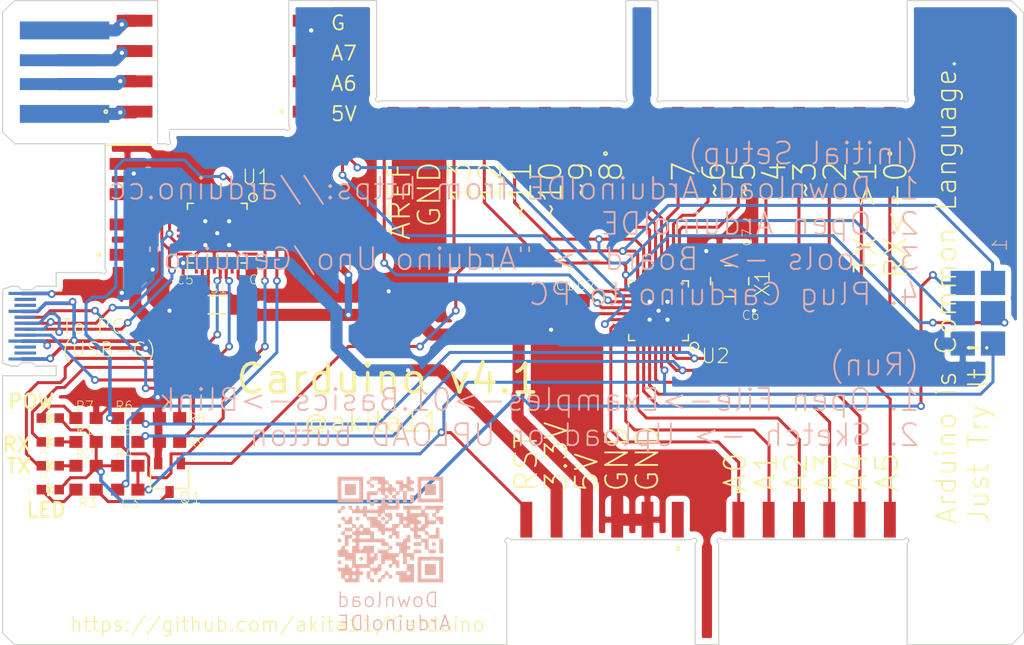
<source format=kicad_pcb>
(kicad_pcb (version 20171130) (host pcbnew "(5.1.5)-3")
  (layers (0 Top signal hide) (31 Bottom signal hide) (34 B.Paste user hide) (35 F.Paste user hide) (36 B.SilkS user hide) (37 F.SilkS user) (38 B.Mask user hide) (39 F.Mask user) (44 Edge.Cuts user))
  (net 0 "")
  (net 1 GND)
  (net 2 +5V)
  (net 3 +3V3)
  (net 4 /A5)
  (net 5 /A4)
  (net 6 /A3)
  (net 7 /A2)
  (net 8 /A1)
  (net 9 /A0)
  (net 10 /D7)
  (net 11 /D6)
  (net 12 /D5)
  (net 13 /D4)
  (net 14 /D3)
  (net 15 /D2)
  (net 16 /D1)
  (net 17 /D0)
  (net 18 /VREF)
  (net 19 /D13)
  (net 20 /D12)
  (net 21 /D11)
  (net 22 /D10)
  (net 23 /D9)
  (net 24 /D8)
  (net 25 /RSTN)
  (net 26 "Net-(U1-PadP$32)")
  (net 27 /DTR)
  (net 28 "Net-(R5-Pad1)")
  (net 29 "Net-(U1-PadP$28)")
  (net 30 "Net-(U1-PadP$27)")
  (net 31 "Net-(D1-PadC)")
  (net 32 "Net-(D2-PadC)")
  (net 33 /USBDM)
  (net 34 /USBDP)
  (net 35 "Net-(U1-PadP$11)")
  (net 36 "Net-(U1-PadP$10)")
  (net 37 "Net-(U1-PadP$9)")
  (net 38 "Net-(U1-PadP$8)")
  (net 39 "Net-(U1-PadP$7)")
  (net 40 "Net-(U1-PadP$6)")
  (net 41 "Net-(U1-PadP$3)")
  (net 42 "Net-(R6-Pad1)")
  (net 43 /A7)
  (net 44 /A6)
  (net 45 "Net-(C7-Pad1)")
  (net 46 "Net-(C6-Pad1)")
  (net 47 "Net-(D1-PadA)")
  (net 48 "Net-(D2-PadA)")
  (net 49 "Net-(D3-PadC)")
  (net 50 "Net-(Q1-Pad3)")
  (net 51 /VBUS)
  (net 52 "Net-(CN7-PadP$4)")
  (net 53 "Net-(CN7-PadP$3)")
  (net 54 "Net-(CN7-PadP$2)")
  (net 55 "Net-(CN7-PadP$1)")
  (net 56 "Net-(D4-PadC)")
  (net 57 "Net-(CN2-PadP$1)")
  (net 58 "Net-(CN10-PadP$B11)")
  (net 59 "Net-(CN10-PadP$B10)")
  (net 60 "Net-(CN10-PadP$B8)")
  (net 61 "Net-(CN10-PadP$B5)")
  (net 62 "Net-(CN10-PadP$B3)")
  (net 63 "Net-(CN10-PadP$B2)")
  (net 64 "Net-(CN10-PadP$A11)")
  (net 65 "Net-(CN10-PadP$A10)")
  (net 66 "Net-(CN10-PadP$A8)")
  (net 67 "Net-(CN10-PadP$A5)")
  (net 68 "Net-(CN10-PadP$A3)")
  (net 69 "Net-(CN10-PadP$A2)")
  (module Carduino_v41:QR_Arduino (layer Bottom) (at 32.512 -9.652 180)
    (fp_text reference G*** hide)
    (fp_text value LOGO hide)
  )
  (module Carduino_v41:0603 (layer Top) (at 46.73 -28 270)
    (fp_text reference C1 (at -1.647 0.389) (layer F.SilkS) (effects (font (size 0.77216 0.77216) (thickness 0.061772)) (justify left bottom)))
    (fp_text value 0.1u)
    (pad 2 smd rect (at 0.85 0 270) (size 1.1 1) (layers Top F.Paste F.Mask) (net 1 GND))
    (pad 1 smd rect (at -0.85 0 270) (size 1.1 1) (layers Top F.Paste F.Mask) (net 2 +5V))
  )
  (module Carduino_v41:0603 (layer Top) (at 48.73 -28 270)
    (fp_text reference C2 (at -1.647 0.639) (layer F.SilkS) (effects (font (size 0.77216 0.77216) (thickness 0.061772)) (justify left bottom)))
    (fp_text value 0.1u)
    (pad 2 smd rect (at 0.85 0 270) (size 1.1 1) (layers Top F.Paste F.Mask) (net 1 GND))
    (pad 1 smd rect (at -0.85 0 270) (size 1.1 1) (layers Top F.Paste F.Mask) (net 2 +5V))
  )
  (module Carduino_v41:0603 (layer Top) (at 10.5 -13)
    (fp_text reference C3 (at -0.594 1.57 180) (layer F.SilkS) (effects (font (size 0.77216 0.77216) (thickness 0.061772)) (justify left bottom)))
    (fp_text value 0.1u)
    (pad 2 smd rect (at 0.85 0) (size 1.1 1) (layers Top F.Paste F.Mask) (net 25 /RSTN))
    (pad 1 smd rect (at -0.85 0) (size 1.1 1) (layers Top F.Paste F.Mask) (net 27 /DTR))
  )
  (module Carduino_v41:0603 (layer Top) (at 21 -28.5 90)
    (fp_text reference C4 (at 1.647 -0.389) (layer F.SilkS) (effects (font (size 0.77216 0.77216) (thickness 0.061772)) (justify left bottom)))
    (fp_text value 0.1u)
    (pad 2 smd rect (at 0.85 0 90) (size 1.1 1) (layers Top F.Paste F.Mask) (net 1 GND))
    (pad 1 smd rect (at -0.85 0 90) (size 1.1 1) (layers Top F.Paste F.Mask) (net 2 +5V))
  )
  (module Carduino_v41:1X06SMD_THIN (layer Top) (at 68.04 -10.4775)
    (fp_text reference CN1 hide)
    (fp_text value CON_PINHD-1X6SMDT hide)
    (pad P$6 smd rect (at 6.35 0) (size 1 3) (layers Top F.Mask) (net 4 /A5))
    (pad P$5 smd rect (at 3.81 0) (size 1 3) (layers Top F.Mask) (net 5 /A4))
    (pad P$4 smd rect (at 1.27 0) (size 1 3) (layers Top F.Mask) (net 6 /A3))
    (pad P$3 smd rect (at -1.27 0) (size 1 3) (layers Top F.Mask) (net 7 /A2))
    (pad P$2 smd rect (at -3.81 0) (size 1 3) (layers Top F.Mask) (net 8 /A1))
    (pad P$1 smd rect (at -6.35 0) (size 1 3) (layers Top F.Mask) (net 9 /A0))
  )
  (module Carduino_v41:1X08SMD_THIN (layer Top) (at 65.5 -43.58875 180)
    (fp_text reference CN3 hide)
    (fp_text value CON_PINHD-1X8SMDT hide)
    (pad P$8 smd rect (at 8.89 0 180) (size 1 3) (layers Top F.Mask) (net 10 /D7))
    (pad P$7 smd rect (at 6.35 0 180) (size 1 3) (layers Top F.Mask) (net 11 /D6))
    (pad P$6 smd rect (at 3.81 0 180) (size 1 3) (layers Top F.Mask) (net 12 /D5))
    (pad P$5 smd rect (at 1.27 0 180) (size 1 3) (layers Top F.Mask) (net 13 /D4))
    (pad P$4 smd rect (at -1.27 0 180) (size 1 3) (layers Top F.Mask) (net 14 /D3))
    (pad P$3 smd rect (at -3.81 0 180) (size 1 3) (layers Top F.Mask) (net 15 /D2))
    (pad P$2 smd rect (at -6.35 0 180) (size 1 3) (layers Top F.Mask) (net 16 /D1))
    (pad P$1 smd rect (at -8.89 0 180) (size 1 3) (layers Top F.Mask) (net 17 /D0))
  )
  (module Carduino_v41:1X08SMD_THIN (layer Top) (at 41.66 -43.58875 180)
    (fp_text reference CN4 hide)
    (fp_text value CON_PINHD-1X8SMDT hide)
    (pad P$8 smd rect (at 8.89 0 180) (size 1 3) (layers Top F.Mask) (net 18 /VREF))
    (pad P$7 smd rect (at 6.35 0 180) (size 1 3) (layers Top F.Mask) (net 1 GND))
    (pad P$6 smd rect (at 3.81 0 180) (size 1 3) (layers Top F.Mask) (net 19 /D13))
    (pad P$5 smd rect (at 1.27 0 180) (size 1 3) (layers Top F.Mask) (net 20 /D12))
    (pad P$4 smd rect (at -1.27 0 180) (size 1 3) (layers Top F.Mask) (net 21 /D11))
    (pad P$3 smd rect (at -3.81 0 180) (size 1 3) (layers Top F.Mask) (net 22 /D10))
    (pad P$2 smd rect (at -6.35 0 180) (size 1 3) (layers Top F.Mask) (net 23 /D9))
    (pad P$1 smd rect (at -8.89 0 180) (size 1 3) (layers Top F.Mask) (net 24 /D8))
  )
  (module Carduino_v41:2X3SMD (layer Bottom) (at 81.77 -27.79 270)
    (fp_text reference CN5 hide)
    (fp_text value CON_AVRISPSMD hide)
    (fp_text user 1 (at -5.08 -2.54 270) (layer B.SilkS) (effects (font (size 1.2065 1.2065) (thickness 0.1016)) (justify right bottom mirror)))
    (pad P$6 smd rect (at 2.54 1.27 270) (size 2.032 2.032) (layers Bottom B.Mask) (net 1 GND))
    (pad P$5 smd rect (at 2.54 -1.27 270) (size 2.032 2.032) (layers Bottom B.Mask) (net 25 /RSTN))
    (pad P$4 smd rect (at 0 1.27 270) (size 2.032 2.032) (layers Bottom B.Mask) (net 21 /D11))
    (pad P$3 smd rect (at 0 -1.27 270) (size 2.032 2.032) (layers Bottom B.Mask) (net 19 /D13))
    (pad P$2 smd rect (at -2.54 1.27 270) (size 2.032 2.032) (layers Bottom B.Mask) (net 2 +5V))
    (pad P$1 smd rect (at -2.54 -1.27 270) (size 2.032 2.032) (layers Bottom B.Mask) (net 20 /D12))
  )
  (module Carduino_v41:SPARKFUN_LED-0603 (layer Top) (at 4 -17 90)
    (fp_text reference D1 (at -0.998 -0.952) (layer F.SilkS) (effects (font (size 0.38608 0.38608) (thickness 0.030886)) (justify left bottom)))
    (fp_text value GREEN)
    (pad C smd rect (at 0 -0.75 90) (size 0.8 0.8) (layers Top F.Paste F.Mask) (net 31 "Net-(D1-PadC)"))
    (pad A smd rect (at 0 0.75 90) (size 0.8 0.8) (layers Top F.Paste F.Mask) (net 47 "Net-(D1-PadA)"))
  )
  (module Carduino_v41:SPARKFUN_LED-0603 (layer Top) (at 4 -15 90)
    (fp_text reference D2 (at -1.03 -0.952) (layer F.SilkS) (effects (font (size 0.38608 0.38608) (thickness 0.030886)) (justify left bottom)))
    (fp_text value RED)
    (pad C smd rect (at 0 -0.75 90) (size 0.8 0.8) (layers Top F.Paste F.Mask) (net 32 "Net-(D2-PadC)"))
    (pad A smd rect (at 0 0.75 90) (size 0.8 0.8) (layers Top F.Paste F.Mask) (net 48 "Net-(D2-PadA)"))
  )
  (module Carduino_v41:SPARKFUN_LED-0603 (layer Top) (at 4 -13 90)
    (fp_text reference D3 (at -0.3 -1.206) (layer F.SilkS) (effects (font (size 0.38608 0.38608) (thickness 0.030886)) (justify right bottom)))
    (fp_text value LED0603)
    (pad C smd rect (at 0 -0.75 90) (size 0.8 0.8) (layers Top F.Paste F.Mask) (net 49 "Net-(D3-PadC)"))
    (pad A smd rect (at 0 0.75 90) (size 0.8 0.8) (layers Top F.Paste F.Mask) (net 2 +5V))
  )
  (module Carduino_v41:0603 (layer Top) (at 7 -17)
    (fp_text reference R1 (at -0.904 -0.526) (layer F.SilkS) (effects (font (size 0.77216 0.77216) (thickness 0.061772)) (justify left bottom)))
    (fp_text value 1k)
    (pad 2 smd rect (at 0.85 0) (size 1.1 1) (layers Top F.Paste F.Mask) (net 2 +5V))
    (pad 1 smd rect (at -0.85 0) (size 1.1 1) (layers Top F.Paste F.Mask) (net 47 "Net-(D1-PadA)"))
  )
  (module Carduino_v41:0603 (layer Top) (at 7 -15)
    (fp_text reference R2 (at -0.904 -0.522) (layer F.SilkS) (effects (font (size 0.77216 0.77216) (thickness 0.061772)) (justify left bottom)))
    (fp_text value 1k)
    (pad 2 smd rect (at 0.85 0) (size 1.1 1) (layers Top F.Paste F.Mask) (net 2 +5V))
    (pad 1 smd rect (at -0.85 0) (size 1.1 1) (layers Top F.Paste F.Mask) (net 48 "Net-(D2-PadA)"))
  )
  (module Carduino_v41:0603 (layer Top) (at 7 -13)
    (fp_text reference R3 (at -0.639 1.57) (layer F.SilkS) (effects (font (size 0.77216 0.77216) (thickness 0.061772)) (justify left bottom)))
    (fp_text value 1k)
    (pad 2 smd rect (at 0.85 0) (size 1.1 1) (layers Top F.Paste F.Mask) (net 50 "Net-(Q1-Pad3)"))
    (pad 1 smd rect (at -0.85 0) (size 1.1 1) (layers Top F.Paste F.Mask) (net 49 "Net-(D3-PadC)"))
  )
  (module Carduino_v41:0603 (layer Top) (at 10.5 -15 180)
    (fp_text reference R4 (at 1.102 0.522) (layer F.SilkS) (effects (font (size 0.77216 0.77216) (thickness 0.061772)) (justify left bottom)))
    (fp_text value 10k)
    (pad 2 smd rect (at 0.85 0 180) (size 1.1 1) (layers Top F.Paste F.Mask) (net 2 +5V))
    (pad 1 smd rect (at -0.85 0 180) (size 1.1 1) (layers Top F.Paste F.Mask) (net 25 /RSTN))
  )
  (module Carduino_v41:QFN32 (layer Top) (at 18 -34.5 270)
    (fp_text reference U1 hide)
    (fp_text value IC_FT232RQ hide)
    (pad P$32 smd rect (at -1.75 -2.75 180) (size 1.27 0.25) (layers Top F.Paste F.Mask) (net 26 "Net-(U1-PadP$32)"))
    (pad P$31 smd rect (at -1.25 -2.75 180) (size 1.27 0.25) (layers Top F.Paste F.Mask) (net 27 /DTR))
    (pad P$30 smd rect (at -0.75 -2.75 180) (size 1.27 0.25) (layers Top F.Paste F.Mask) (net 28 "Net-(R5-Pad1)"))
    (pad P$29 smd rect (at -0.25 -2.75 180) (size 1.27 0.25) (layers Top F.Paste F.Mask))
    (pad P$28 smd rect (at 0.25 -2.75 180) (size 1.27 0.25) (layers Top F.Paste F.Mask) (net 29 "Net-(U1-PadP$28)"))
    (pad P$27 smd rect (at 0.75 -2.75 180) (size 1.27 0.25) (layers Top F.Paste F.Mask) (net 30 "Net-(U1-PadP$27)"))
    (pad P$26 smd rect (at 1.25 -2.75 180) (size 1.27 0.25) (layers Top F.Paste F.Mask) (net 1 GND))
    (pad P$25 smd rect (at 1.75 -2.75 180) (size 1.27 0.25) (layers Top F.Paste F.Mask))
    (pad P$24 smd rect (at 2.75 -1.75 90) (size 1.27 0.25) (layers Top F.Paste F.Mask) (net 1 GND))
    (pad P$23 smd rect (at 2.75 -1.25 90) (size 1.27 0.25) (layers Top F.Paste F.Mask))
    (pad P$22 smd rect (at 2.75 -0.75 90) (size 1.27 0.25) (layers Top F.Paste F.Mask) (net 31 "Net-(D1-PadC)"))
    (pad P$21 smd rect (at 2.75 -0.25 90) (size 1.27 0.25) (layers Top F.Paste F.Mask) (net 32 "Net-(D2-PadC)"))
    (pad P$20 smd rect (at 2.75 0.25 90) (size 1.27 0.25) (layers Top F.Paste F.Mask) (net 1 GND))
    (pad P$19 smd rect (at 2.75 0.75 90) (size 1.27 0.25) (layers Top F.Paste F.Mask) (net 2 +5V))
    (pad P$18 smd rect (at 2.75 1.25 90) (size 1.27 0.25) (layers Top F.Paste F.Mask) (net 2 +5V))
    (pad P$17 smd rect (at 2.75 1.75 90) (size 1.27 0.25) (layers Top F.Paste F.Mask) (net 1 GND))
    (pad P$16 smd rect (at 1.75 2.75) (size 1.27 0.25) (layers Top F.Paste F.Mask) (net 3 +3V3))
    (pad P$15 smd rect (at 1.25 2.75) (size 1.27 0.25) (layers Top F.Paste F.Mask) (net 33 /USBDM))
    (pad P$14 smd rect (at 0.75 2.75) (size 1.27 0.25) (layers Top F.Paste F.Mask) (net 34 /USBDP))
    (pad P$13 smd rect (at 0.25 2.75) (size 1.27 0.25) (layers Top F.Paste F.Mask))
    (pad P$12 smd rect (at -0.25 2.75) (size 1.27 0.25) (layers Top F.Paste F.Mask))
    (pad P$11 smd rect (at -0.75 2.75) (size 1.27 0.25) (layers Top F.Paste F.Mask) (net 35 "Net-(U1-PadP$11)"))
    (pad P$10 smd rect (at -1.25 2.75) (size 1.27 0.25) (layers Top F.Paste F.Mask) (net 36 "Net-(U1-PadP$10)"))
    (pad P$9 smd rect (at -1.75 2.75) (size 1.27 0.25) (layers Top F.Paste F.Mask) (net 37 "Net-(U1-PadP$9)"))
    (pad P$8 smd rect (at -2.75 1.75 270) (size 1.27 0.25) (layers Top F.Paste F.Mask) (net 38 "Net-(U1-PadP$8)"))
    (pad P$7 smd rect (at -2.75 1.25 270) (size 1.27 0.25) (layers Top F.Paste F.Mask) (net 39 "Net-(U1-PadP$7)"))
    (pad P$6 smd rect (at -2.75 0.75 270) (size 1.27 0.25) (layers Top F.Paste F.Mask) (net 40 "Net-(U1-PadP$6)"))
    (pad P$5 smd rect (at -2.75 0.25 270) (size 1.27 0.25) (layers Top F.Paste F.Mask))
    (pad P$4 smd rect (at -2.75 -0.25 270) (size 1.27 0.25) (layers Top F.Paste F.Mask) (net 1 GND))
    (pad P$3 smd rect (at -2.75 -0.75 270) (size 1.27 0.25) (layers Top F.Paste F.Mask) (net 41 "Net-(U1-PadP$3)"))
    (pad P$2 smd rect (at -2.75 -1.25 270) (size 1.27 0.25) (layers Top F.Paste F.Mask) (net 42 "Net-(R6-Pad1)"))
    (pad P$1 smd rect (at -2.75 -1.75 270) (size 1.27 0.25) (layers Top F.Paste F.Mask) (net 2 +5V))
  )
  (module Carduino_v41:QFN32 (layer Top) (at 55 -28 180)
    (fp_text reference U2 hide)
    (fp_text value MCU_ATMEGA328P_ARDUINO32M hide)
    (pad P$32 smd rect (at -1.75 -2.75 90) (size 1.27 0.25) (layers Top F.Paste F.Mask) (net 15 /D2))
    (pad P$31 smd rect (at -1.25 -2.75 90) (size 1.27 0.25) (layers Top F.Paste F.Mask) (net 16 /D1))
    (pad P$30 smd rect (at -0.75 -2.75 90) (size 1.27 0.25) (layers Top F.Paste F.Mask) (net 17 /D0))
    (pad P$29 smd rect (at -0.25 -2.75 90) (size 1.27 0.25) (layers Top F.Paste F.Mask) (net 25 /RSTN))
    (pad P$28 smd rect (at 0.25 -2.75 90) (size 1.27 0.25) (layers Top F.Paste F.Mask) (net 4 /A5))
    (pad P$27 smd rect (at 0.75 -2.75 90) (size 1.27 0.25) (layers Top F.Paste F.Mask) (net 5 /A4))
    (pad P$26 smd rect (at 1.25 -2.75 90) (size 1.27 0.25) (layers Top F.Paste F.Mask) (net 6 /A3))
    (pad P$25 smd rect (at 1.75 -2.75 90) (size 1.27 0.25) (layers Top F.Paste F.Mask) (net 7 /A2))
    (pad P$24 smd rect (at 2.75 -1.75) (size 1.27 0.25) (layers Top F.Paste F.Mask) (net 8 /A1))
    (pad P$23 smd rect (at 2.75 -1.25) (size 1.27 0.25) (layers Top F.Paste F.Mask) (net 9 /A0))
    (pad P$22 smd rect (at 2.75 -0.75) (size 1.27 0.25) (layers Top F.Paste F.Mask) (net 43 /A7))
    (pad P$21 smd rect (at 2.75 -0.25) (size 1.27 0.25) (layers Top F.Paste F.Mask) (net 1 GND))
    (pad P$20 smd rect (at 2.75 0.25) (size 1.27 0.25) (layers Top F.Paste F.Mask) (net 18 /VREF))
    (pad P$19 smd rect (at 2.75 0.75) (size 1.27 0.25) (layers Top F.Paste F.Mask) (net 44 /A6))
    (pad P$18 smd rect (at 2.75 1.25) (size 1.27 0.25) (layers Top F.Paste F.Mask) (net 2 +5V))
    (pad P$17 smd rect (at 2.75 1.75) (size 1.27 0.25) (layers Top F.Paste F.Mask) (net 19 /D13))
    (pad P$16 smd rect (at 1.75 2.75 270) (size 1.27 0.25) (layers Top F.Paste F.Mask) (net 20 /D12))
    (pad P$15 smd rect (at 1.25 2.75 270) (size 1.27 0.25) (layers Top F.Paste F.Mask) (net 21 /D11))
    (pad P$14 smd rect (at 0.75 2.75 270) (size 1.27 0.25) (layers Top F.Paste F.Mask) (net 22 /D10))
    (pad P$13 smd rect (at 0.25 2.75 270) (size 1.27 0.25) (layers Top F.Paste F.Mask) (net 23 /D9))
    (pad P$12 smd rect (at -0.25 2.75 270) (size 1.27 0.25) (layers Top F.Paste F.Mask) (net 24 /D8))
    (pad P$11 smd rect (at -0.75 2.75 270) (size 1.27 0.25) (layers Top F.Paste F.Mask) (net 10 /D7))
    (pad P$10 smd rect (at -1.25 2.75 270) (size 1.27 0.25) (layers Top F.Paste F.Mask) (net 11 /D6))
    (pad P$9 smd rect (at -1.75 2.75 270) (size 1.27 0.25) (layers Top F.Paste F.Mask) (net 12 /D5))
    (pad P$8 smd rect (at -2.75 1.75 180) (size 1.27 0.25) (layers Top F.Paste F.Mask) (net 45 "Net-(C7-Pad1)"))
    (pad P$7 smd rect (at -2.75 1.25 180) (size 1.27 0.25) (layers Top F.Paste F.Mask) (net 46 "Net-(C6-Pad1)"))
    (pad P$6 smd rect (at -2.75 0.75 180) (size 1.27 0.25) (layers Top F.Paste F.Mask) (net 2 +5V))
    (pad P$5 smd rect (at -2.75 0.25 180) (size 1.27 0.25) (layers Top F.Paste F.Mask) (net 1 GND))
    (pad P$4 smd rect (at -2.75 -0.25 180) (size 1.27 0.25) (layers Top F.Paste F.Mask) (net 2 +5V))
    (pad P$3 smd rect (at -2.75 -0.75 180) (size 1.27 0.25) (layers Top F.Paste F.Mask) (net 1 GND))
    (pad P$2 smd rect (at -2.75 -1.25 180) (size 1.27 0.25) (layers Top F.Paste F.Mask) (net 13 /D4))
    (pad P$1 smd rect (at -2.75 -1.75 180) (size 1.27 0.25) (layers Top F.Paste F.Mask) (net 14 /D3))
  )
  (module Carduino_v41:0603 (layer Top) (at 10.5 -17)
    (fp_text reference R5 (at -1.102 -0.526) (layer F.SilkS) (effects (font (size 0.77216 0.77216) (thickness 0.061772)) (justify left bottom)))
    (fp_text value 1k)
    (pad 2 smd rect (at 0.85 0) (size 1.1 1) (layers Top F.Paste F.Mask) (net 17 /D0))
    (pad 1 smd rect (at -0.85 0) (size 1.1 1) (layers Top F.Paste F.Mask) (net 28 "Net-(R5-Pad1)"))
  )
  (module Carduino_v41:0603 (layer Top) (at 10.5 -19)
    (fp_text reference R6 (at -1.102 -0.558) (layer F.SilkS) (effects (font (size 0.77216 0.77216) (thickness 0.061772)) (justify left bottom)))
    (fp_text value 1k)
    (pad 2 smd rect (at 0.85 0) (size 1.1 1) (layers Top F.Paste F.Mask) (net 16 /D1))
    (pad 1 smd rect (at -0.85 0) (size 1.1 1) (layers Top F.Paste F.Mask) (net 42 "Net-(R6-Pad1)"))
  )
  (module Carduino_v41:0603 (layer Top) (at 15 -28.5 270)
    (fp_text reference C5 (at -1.647 0.514) (layer F.SilkS) (effects (font (size 0.77216 0.77216) (thickness 0.061772)) (justify left bottom)))
    (fp_text value 1u)
    (pad 2 smd rect (at 0.85 0 270) (size 1.1 1) (layers Top F.Paste F.Mask) (net 1 GND))
    (pad 1 smd rect (at -0.85 0 270) (size 1.1 1) (layers Top F.Paste F.Mask) (net 3 +3V3))
  )
  (module Carduino_v41:SOT-23-3-2916 (layer Top) (at 14 -14 180)
    (fp_text reference Q1 (at -0.75 -2.25) (layer F.SilkS) (effects (font (size 0.95 0.95) (thickness 0.076)) (justify left bottom)))
    (fp_text value TR_NMOS_IRLML6344 hide)
    (pad 3 smd rect (at 0 -1.2 180) (size 0.7 1) (layers Top F.Paste F.Mask) (net 50 "Net-(Q1-Pad3)"))
    (pad 2 smd rect (at 0.95 1.2 180) (size 0.7 1) (layers Top F.Paste F.Mask) (net 1 GND))
    (pad 1 smd rect (at -0.95 1.2 180) (size 0.7 1) (layers Top F.Paste F.Mask) (net 19 /D13))
  )
  (module Carduino_v41:1206 (layer Top) (at 18 -28.5)
    (fp_text reference S1 (at -0.655 -0.895) (layer F.SilkS) (effects (font (size 0.77216 0.77216) (thickness 0.061772)) (justify left bottom)))
    (fp_text value POLYSW_1206 hide)
    (pad P$2 smd rect (at 1.524 0 90) (size 1.6764 0.8128) (layers Top F.Paste F.Mask) (net 2 +5V))
    (pad P$1 smd rect (at -1.524 0 90) (size 1.6764 0.8128) (layers Top F.Paste F.Mask) (net 51 /VBUS))
  )
  (module Carduino_v41:1X04SMD_THIN (layer Top) (at 10.4775 -36.5 90)
    (fp_text reference CN6 hide)
    (fp_text value CON_PINHD-1X4SMDT hide)
    (pad P$4 smd rect (at 3.81 0 90) (size 1 3) (layers Top F.Mask) (net 1 GND))
    (pad P$3 smd rect (at 1.27 0 90) (size 1 3) (layers Top F.Mask) (net 34 /USBDP))
    (pad P$2 smd rect (at -1.27 0 90) (size 1 3) (layers Top F.Mask) (net 33 /USBDM))
    (pad P$1 smd rect (at -3.81 0 90) (size 1 3) (layers Top F.Mask) (net 51 /VBUS))
  )
  (module Carduino_v41:1X04SMD_THIN (layer Top) (at 11.0675 -48.5 90)
    (fp_text reference CN7 hide)
    (fp_text value CON_PINHD-1X4SMDT hide)
    (pad P$4 smd rect (at 3.81 0 90) (size 1 3) (layers Top F.Mask) (net 52 "Net-(CN7-PadP$4)"))
    (pad P$3 smd rect (at 1.27 0 90) (size 1 3) (layers Top F.Mask) (net 53 "Net-(CN7-PadP$3)"))
    (pad P$2 smd rect (at -1.27 0 90) (size 1 3) (layers Top F.Mask) (net 54 "Net-(CN7-PadP$2)"))
    (pad P$1 smd rect (at -3.81 0 90) (size 1 3) (layers Top F.Mask) (net 55 "Net-(CN7-PadP$1)"))
  )
  (module Carduino_v41:USB-A-PCB (layer Bottom) (at 5 -48 180)
    (fp_text reference JP2 hide)
    (fp_text value CON_USBPCB hide)
    (pad GND smd rect (at -0.2 3.5 180) (size 7.5 1.5) (layers Bottom B.Mask) (net 52 "Net-(CN7-PadP$4)"))
    (pad USB_P smd rect (at 0.3 1 180) (size 6.5 1) (layers Bottom B.Mask) (net 53 "Net-(CN7-PadP$3)"))
    (pad USB_M smd rect (at 0.3 -1 180) (size 6.5 1) (layers Bottom B.Mask) (net 54 "Net-(CN7-PadP$2)"))
    (pad 5V smd rect (at -0.2 -3.5 180) (size 7.5 1.5) (layers Bottom B.Mask) (net 55 "Net-(CN7-PadP$1)"))
  )
  (module Carduino_v41:SPARKFUN_LED-0603 (layer Top) (at 4 -19 90)
    (fp_text reference D4 (at -0.966 -0.952 180) (layer F.SilkS) (effects (font (size 0.38608 0.38608) (thickness 0.030886)) (justify left bottom)))
    (fp_text value LED0603)
    (pad C smd rect (at 0 -0.75 90) (size 0.8 0.8) (layers Top F.Paste F.Mask) (net 56 "Net-(D4-PadC)"))
    (pad A smd rect (at 0 0.75 90) (size 0.8 0.8) (layers Top F.Paste F.Mask) (net 2 +5V))
  )
  (module Carduino_v41:0603 (layer Top) (at 7 -19)
    (fp_text reference R7 (at -0.904 -0.558) (layer F.SilkS) (effects (font (size 0.77216 0.77216) (thickness 0.061772)) (justify left bottom)))
    (fp_text value 1k)
    (pad 2 smd rect (at 0.85 0) (size 1.1 1) (layers Top F.Paste F.Mask) (net 1 GND))
    (pad 1 smd rect (at -0.85 0) (size 1.1 1) (layers Top F.Paste F.Mask) (net 56 "Net-(D4-PadC)"))
  )
  (module Carduino_v41:1X04SMD_THIN (layer Top) (at 25.83 -48.5 90)
    (fp_text reference CN8 hide)
    (fp_text value CON_PINHD-1X4SMDT hide)
    (pad P$4 smd rect (at 3.81 0 90) (size 1 3) (layers Top F.Mask) (net 1 GND))
    (pad P$3 smd rect (at 1.27 0 90) (size 1 3) (layers Top F.Mask) (net 43 /A7))
    (pad P$2 smd rect (at -1.27 0 90) (size 1 3) (layers Top F.Mask) (net 44 /A6))
    (pad P$1 smd rect (at -3.81 0 90) (size 1 3) (layers Top F.Mask) (net 2 +5V))
  )
  (module Carduino_v41:1X06SMD_THIN (layer Top) (at 50.26 -10.4775 180)
    (fp_text reference CN2 hide)
    (fp_text value CON_PINHD-1X6SMDT hide)
    (pad P$6 smd rect (at 6.35 0 180) (size 1 3) (layers Top F.Mask) (net 25 /RSTN))
    (pad P$5 smd rect (at 3.81 0 180) (size 1 3) (layers Top F.Mask) (net 3 +3V3))
    (pad P$4 smd rect (at 1.27 0 180) (size 1 3) (layers Top F.Mask) (net 2 +5V))
    (pad P$3 smd rect (at -1.27 0 180) (size 1 3) (layers Top F.Mask) (net 1 GND))
    (pad P$2 smd rect (at -3.81 0 180) (size 1 3) (layers Top F.Mask) (net 1 GND))
    (pad P$1 smd rect (at -6.35 0 180) (size 1 3) (layers Top F.Mask) (net 57 "Net-(CN2-PadP$1)"))
  )
  (module Carduino_v41:XTAL_3225 (layer Top) (at 60.96 -30.48)
    (fp_text reference X1 hide)
    (fp_text value XTAL3255 hide)
    (fp_poly (pts (xy 0.5 1.6) (xy 1.8 1.6) (xy 1.8 0.4) (xy 0.5 0.4)) (layer Top) (width 0))
    (fp_poly (pts (xy -1.8 -0.4) (xy -0.5 -0.4) (xy -0.5 -1.6) (xy -1.8 -1.6)) (layer Top) (width 0))
    (pad P$H2 smd rect (at 1.15 -1) (size 1.3 1.1) (layers Top F.Paste F.Mask) (net 45 "Net-(C7-Pad1)"))
    (pad P$H1 smd rect (at -1.15 1) (size 1.3 1.1) (layers Top F.Paste F.Mask) (net 46 "Net-(C6-Pad1)"))
  )
  (module Carduino_v41:0603 (layer Top) (at 60.96 -27.94)
    (fp_text reference C6 (at 0.969 0.777) (layer F.SilkS) (effects (font (size 0.77216 0.77216) (thickness 0.061772)) (justify left bottom)))
    (fp_text value 10p)
    (pad 2 smd rect (at 0.85 0) (size 1.1 1) (layers Top F.Paste F.Mask) (net 1 GND))
    (pad 1 smd rect (at -0.85 0) (size 1.1 1) (layers Top F.Paste F.Mask) (net 46 "Net-(C6-Pad1)"))
  )
  (module Carduino_v41:0603 (layer Top) (at 60.96 -33.02 180)
    (fp_text reference C7 (at -1.917 0.329 90) (layer F.SilkS) (effects (font (size 0.77216 0.77216) (thickness 0.061772)) (justify left bottom)))
    (fp_text value 10p)
    (pad 2 smd rect (at 0.85 0 180) (size 1.1 1) (layers Top F.Paste F.Mask) (net 1 GND))
    (pad 1 smd rect (at -0.85 0 180) (size 1.1 1) (layers Top F.Paste F.Mask) (net 45 "Net-(C7-Pad1)"))
  )
  (module Carduino_v41:USB-C_PCBPLUG (layer Top) (at 1.9 -26.7 180)
    (fp_text reference CN10 hide)
    (fp_text value CON_USB-CPCBPLUG hide)
    (fp_line (start 0.6 3.345) (end 1.15 3.345) (layer Edge.Cuts) (width 0.127))
    (fp_line (start 0.3 3.055) (end 0.6 3.345) (layer Edge.Cuts) (width 0.127))
    (fp_line (start -0.6 3.055) (end 0.3 3.055) (layer Edge.Cuts) (width 0.127))
    (fp_line (start -0.9 3.345) (end -0.6 3.055) (layer Edge.Cuts) (width 0.127))
    (fp_line (start -2.6 3.345) (end -0.9 3.345) (layer Edge.Cuts) (width 0.127))
    (fp_line (start 1.9 3.095) (end 1.15 3.345) (layer Edge.Cuts) (width 0.127))
    (fp_line (start 1.9 -3.095) (end 1.9 3.095) (layer Edge.Cuts) (width 0.127))
    (fp_line (start 1.15 -3.345) (end 1.9 -3.095) (layer Edge.Cuts) (width 0.127))
    (fp_line (start 0.6 -3.345) (end 1.15 -3.345) (layer Edge.Cuts) (width 0.127))
    (fp_line (start 0.3 -3.045) (end 0.6 -3.345) (layer Edge.Cuts) (width 0.127))
    (fp_line (start -0.6 -3.045) (end 0.3 -3.045) (layer Edge.Cuts) (width 0.127))
    (fp_line (start -0.9 -3.345) (end -0.6 -3.045) (layer Edge.Cuts) (width 0.127))
    (fp_line (start -2.6 -3.345) (end -0.9 -3.345) (layer Edge.Cuts) (width 0.127))
    (pad P$B12 smd rect (at 0.25 2.75 180) (size 2.3 0.25) (layers Bottom B.Mask) (net 1 GND))
    (pad P$B11 smd rect (at 0 2.25 180) (size 1.8 0.25) (layers Bottom B.Mask) (net 58 "Net-(CN10-PadP$B11)"))
    (pad P$B10 smd rect (at 0 1.75 180) (size 1.8 0.25) (layers Bottom B.Mask) (net 59 "Net-(CN10-PadP$B10)"))
    (pad P$B9 smd rect (at 0.25 1.25 180) (size 2.3 0.25) (layers Bottom B.Mask) (net 51 /VBUS))
    (pad P$B8 smd rect (at 0 0.75 180) (size 1.8 0.25) (layers Bottom B.Mask) (net 60 "Net-(CN10-PadP$B8)"))
    (pad P$B7 smd rect (at 0 0.25 180) (size 1.8 0.25) (layers Bottom B.Mask) (net 33 /USBDM))
    (pad P$B6 smd rect (at 0 -0.25 180) (size 1.8 0.25) (layers Bottom B.Mask) (net 34 /USBDP))
    (pad P$B5 smd rect (at 0 -0.75 180) (size 1.8 0.25) (layers Bottom B.Mask) (net 61 "Net-(CN10-PadP$B5)"))
    (pad P$B4 smd rect (at 0.25 -1.25 180) (size 2.3 0.25) (layers Bottom B.Mask) (net 51 /VBUS))
    (pad P$B3 smd rect (at 0 -1.75 180) (size 1.8 0.25) (layers Bottom B.Mask) (net 62 "Net-(CN10-PadP$B3)"))
    (pad P$B2 smd rect (at 0 -2.25 180) (size 1.8 0.25) (layers Bottom B.Mask) (net 63 "Net-(CN10-PadP$B2)"))
    (pad P$B1 smd rect (at 0.25 -2.75 180) (size 2.3 0.25) (layers Bottom B.Mask) (net 1 GND))
    (pad P$A12 smd rect (at 0.25 -2.75 180) (size 2.3 0.25) (layers Top F.Mask) (net 1 GND))
    (pad P$A11 smd rect (at 0 -2.25 180) (size 1.8 0.25) (layers Top F.Mask) (net 64 "Net-(CN10-PadP$A11)"))
    (pad P$A10 smd rect (at 0 -1.75 180) (size 1.8 0.25) (layers Top F.Mask) (net 65 "Net-(CN10-PadP$A10)"))
    (pad P$A9 smd rect (at 0.25 -1.25 180) (size 2.3 0.25) (layers Top F.Mask) (net 51 /VBUS))
    (pad P$A8 smd rect (at 0 -0.75 180) (size 1.8 0.25) (layers Top F.Mask) (net 66 "Net-(CN10-PadP$A8)"))
    (pad P$A7 smd rect (at 0 -0.25 180) (size 1.8 0.25) (layers Top F.Mask) (net 33 /USBDM))
    (pad P$A6 smd rect (at 0 0.25 180) (size 1.8 0.25) (layers Top F.Mask) (net 34 /USBDP))
    (pad P$A5 smd rect (at 0 0.75 180) (size 1.8 0.25) (layers Top F.Mask) (net 67 "Net-(CN10-PadP$A5)"))
    (pad P$A4 smd rect (at 0.25 1.25 180) (size 2.3 0.25) (layers Top F.Mask) (net 51 /VBUS))
    (pad P$A3 smd rect (at 0 1.75 180) (size 1.8 0.25) (layers Top F.Mask) (net 68 "Net-(CN10-PadP$A3)"))
    (pad P$A2 smd rect (at 0 2.25 180) (size 1.8 0.25) (layers Top F.Mask) (net 69 "Net-(CN10-PadP$A2)"))
    (pad P$A1 smd rect (at 0.25 2.75 180) (size 2.3 0.25) (layers Top F.Mask) (net 1 GND))
  )
  (module Carduino_v41:0603 (layer Top) (at 14 -19 180)
    (fp_text reference R8 (at -1.494 -0.458) (layer F.SilkS) (effects (font (size 0.77216 0.77216) (thickness 0.061772)) (justify left bottom)))
    (fp_text value 5.1k)
    (pad 2 smd rect (at 0.85 0 180) (size 1.1 1) (layers Top F.Paste F.Mask) (net 1 GND))
    (pad 1 smd rect (at -0.85 0 180) (size 1.1 1) (layers Top F.Paste F.Mask) (net 67 "Net-(CN10-PadP$A5)"))
  )
  (module Carduino_v41:0603 (layer Top) (at 14 -17 180)
    (fp_text reference R9 (at -1.494 -0.49 180) (layer F.SilkS) (effects (font (size 0.77216 0.77216) (thickness 0.061772)) (justify left bottom)))
    (fp_text value 5.1k)
    (pad 2 smd rect (at 0.85 0 180) (size 1.1 1) (layers Top F.Paste F.Mask) (net 1 GND))
    (pad 1 smd rect (at -0.85 0 180) (size 1.1 1) (layers Top F.Paste F.Mask) (net 61 "Net-(CN10-PadP$B5)"))
  )
  (gr_line (start 0 -1) (end 0 -22.55) (layer Edge.Cuts) (width 0.1))
  (gr_line (start 0 -22.55) (end 4.5 -22.55) (layer Edge.Cuts) (width 0.1))
  (gr_line (start 4.5 -22.55) (end 4.5 -23.355) (layer Edge.Cuts) (width 0.1))
  (gr_line (start 4.5 -30.045) (end 4.5 -31.2) (layer Edge.Cuts) (width 0.1))
  (gr_line (start 4.5 -31.2) (end 8.3 -31.2) (layer Edge.Cuts) (width 0.1))
  (gr_line (start 8.6 -31.5) (end 8.6 -42) (layer Edge.Cuts) (width 0.1))
  (gr_line (start 14 -42.3) (end 14 -43) (layer Edge.Cuts) (width 0.1))
  (gr_line (start 14 -43.2) (end 23.7 -43.2) (layer Edge.Cuts) (width 0.1))
  (gr_line (start 24 -43.5) (end 24 -54) (layer Edge.Cuts) (width 0.1))
  (gr_line (start 24 -54) (end 31.36 -54) (layer Edge.Cuts) (width 0.1))
  (gr_line (start 52.26 -54) (end 54.95 -54) (layer Edge.Cuts) (width 0.1))
  (gr_line (start 75.85 -54) (end 84 -54) (layer Edge.Cuts) (width 0.1))
  (gr_line (start 84 -54) (end 84.6 -53.98) (layer Edge.Cuts) (width 0.1))
  (gr_line (start 84.6 -53.98) (end 85.6 -52.98) (layer Edge.Cuts) (width 0.1))
  (gr_line (start 85.6 -52.98) (end 85.6 -1) (layer Edge.Cuts) (width 0.1))
  (gr_line (start 85.6 -1) (end 84.6 0) (layer Edge.Cuts) (width 0.1))
  (gr_line (start 84.6 0) (end 75.84 0) (layer Edge.Cuts) (width 0.1))
  (gr_line (start 60.04 0) (end 58.07 0) (layer Edge.Cuts) (width 0.1))
  (gr_line (start 42.27 0) (end 1 0) (layer Edge.Cuts) (width 0.1))
  (gr_line (start 1 0) (end 0 -1) (layer Edge.Cuts) (width 0.1))
  (gr_line (start 31.36 -54) (end 31.36 -45.9) (layer Edge.Cuts) (width 0.1))
  (gr_line (start 31.66 -45.6) (end 51.96 -45.6) (layer Edge.Cuts) (width 0.1))
  (gr_line (start 52.26 -45.9) (end 52.26 -54) (layer Edge.Cuts) (width 0.1))
  (gr_line (start 54.95 -54) (end 54.95 -45.9) (layer Edge.Cuts) (width 0.1))
  (gr_line (start 55.25 -45.6) (end 75.55 -45.6) (layer Edge.Cuts) (width 0.1))
  (gr_line (start 75.85 -45.9) (end 75.85 -54) (layer Edge.Cuts) (width 0.1))
  (gr_line (start 42.27 0) (end 42.27 -8.5) (layer Edge.Cuts) (width 0.1))
  (gr_line (start 42.57 -8.8) (end 57.77 -8.8) (layer Edge.Cuts) (width 0.1))
  (gr_line (start 58.07 -8.5) (end 58.07 0) (layer Edge.Cuts) (width 0.1))
  (gr_line (start 60.04 -8.5) (end 60.04 0) (layer Edge.Cuts) (width 0.1))
  (gr_line (start 75.84 -8.5) (end 75.84 0) (layer Edge.Cuts) (width 0.1))
  (gr_line (start 60.34 -8.8) (end 75.54 -8.8) (layer Edge.Cuts) (width 0.1))
  (gr_text "Carduino v4.1" (at 19.38715 -20.8786) (layer F.SilkS) (effects (font (size 2.413 2.413) (thickness 0.3)) (justify left bottom)))
  (gr_text "Arduino is Common Language.\nJust Try It !" (at 82.81 -10 90) (layer F.SilkS) (effects (font (size 1.6891 1.6891) (thickness 0.14224)) (justify left bottom)))
  (gr_text @akita11 (at 25.10215 -17.7036) (layer F.SilkS) (effects (font (size 1.6891 1.6891) (thickness 0.14224)) (justify left bottom)))
  (gr_text A0 (at 62.515 -12.7 90) (layer F.SilkS) (effects (font (size 1.83388 1.83388) (thickness 0.154432)) (justify left bottom)))
  (gr_text A1 (at 65.055 -12.7 90) (layer F.SilkS) (effects (font (size 1.83388 1.83388) (thickness 0.154432)) (justify left bottom)))
  (gr_text A2 (at 67.595 -12.7 90) (layer F.SilkS) (effects (font (size 1.83388 1.83388) (thickness 0.154432)) (justify left bottom)))
  (gr_text A3 (at 70.135 -12.7 90) (layer F.SilkS) (effects (font (size 1.83388 1.83388) (thickness 0.154432)) (justify left bottom)))
  (gr_text A4 (at 72.675 -12.7 90) (layer F.SilkS) (effects (font (size 1.83388 1.83388) (thickness 0.154432)) (justify left bottom)))
  (gr_text A5 (at 75.215 -12.7 90) (layer F.SilkS) (effects (font (size 1.83388 1.83388) (thickness 0.154432)) (justify left bottom)))
  (gr_text RX<-0 (at 73.81 -40.64 90) (layer F.SilkS) (effects (font (size 1.83388 1.83388) (thickness 0.154432)) (justify right top)))
  (gr_text TX->1 (at 71.27 -40.64 90) (layer F.SilkS) (effects (font (size 1.83388 1.83388) (thickness 0.154432)) (justify right top)))
  (gr_text 2 (at 68.73 -40.64 90) (layer F.SilkS) (effects (font (size 1.83388 1.83388) (thickness 0.154432)) (justify right top)))
  (gr_text ~~3 (at 66.19 -40.64 90) (layer F.SilkS) (effects (font (size 1.83388 1.83388) (thickness 0.154432)) (justify right top)))
  (gr_text 4 (at 63.65 -40.64 90) (layer F.SilkS) (effects (font (size 1.83388 1.83388) (thickness 0.154432)) (justify right top)))
  (gr_text ~~5 (at 61.11 -40.64 90) (layer F.SilkS) (effects (font (size 1.83388 1.83388) (thickness 0.154432)) (justify right top)))
  (gr_text ~~6 (at 58.57 -40.64 90) (layer F.SilkS) (effects (font (size 1.83388 1.83388) (thickness 0.154432)) (justify right top)))
  (gr_text 7 (at 56.03 -40.64 90) (layer F.SilkS) (effects (font (size 1.83388 1.83388) (thickness 0.154432)) (justify right top)))
  (gr_text 8 (at 49.95 -40.64 90) (layer F.SilkS) (effects (font (size 1.83388 1.83388) (thickness 0.154432)) (justify right top)))
  (gr_text ~~9 (at 47.41 -40.64 90) (layer F.SilkS) (effects (font (size 1.83388 1.83388) (thickness 0.154432)) (justify right top)))
  (gr_text ~~10 (at 44.87 -40.64 90) (layer F.SilkS) (effects (font (size 1.83388 1.83388) (thickness 0.154432)) (justify right top)))
  (gr_text ~~11 (at 42.33 -40.64 90) (layer F.SilkS) (effects (font (size 1.83388 1.83388) (thickness 0.154432)) (justify right top)))
  (gr_text 12 (at 39.79 -40.64 90) (layer F.SilkS) (effects (font (size 1.83388 1.83388) (thickness 0.154432)) (justify right top)))
  (gr_text 13 (at 37.25 -40.64 90) (layer F.SilkS) (effects (font (size 1.83388 1.83388) (thickness 0.154432)) (justify right top)))
  (gr_text GND (at 34.71 -40.64 90) (layer F.SilkS) (effects (font (size 1.83388 1.83388) (thickness 0.154432)) (justify right top)))
  (gr_text AREF (at 32.17 -40.64 90) (layer F.SilkS) (effects (font (size 1.83388 1.83388) (thickness 0.154432)) (justify right top)))
  (gr_text RST (at 44.965 -12.7 90) (layer F.SilkS) (effects (font (size 1.83388 1.83388) (thickness 0.154432)) (justify left bottom)))
  (gr_text 3.3V (at 47.505 -12.7 90) (layer F.SilkS) (effects (font (size 1.83388 1.83388) (thickness 0.154432)) (justify left bottom)))
  (gr_text 5V (at 50.045 -12.7 90) (layer F.SilkS) (effects (font (size 1.83388 1.83388) (thickness 0.154432)) (justify left bottom)))
  (gr_text GND (at 52.585 -12.7 90) (layer F.SilkS) (effects (font (size 1.83388 1.83388) (thickness 0.154432)) (justify left bottom)))
  (gr_text GND (at 55.125 -12.7 90) (layer F.SilkS) (effects (font (size 1.83388 1.83388) (thickness 0.154432)) (justify left bottom)))
  (gr_text "(Initial Setup)\n1. Download ArduinoIDE from https://arduino.cc\n2. Open ArduinoIDE\n3. Tools -> Board-> \"Arduino Uno/Genuino\"\n4. Plug Carduino to PC\n\n(Run)\n1. Open File->Examples->01.Basics->Blink\n2. Sketch -> Upload or UPLOAD button" (at 77 -16.5) (layer B.SilkS) (effects (font (size 1.83388 1.83388) (thickness 0.154432)) (justify left bottom mirror)))
  (gr_text POW (at 0.33715 -19.685) (layer F.SilkS) (effects (font (size 1.2065 1.2065) (thickness 0.2)) (justify left bottom)))
  (gr_line (start 1 -42) (end 0 -43) (layer Edge.Cuts) (width 0.1))
  (gr_line (start 0 -43) (end 0 -53) (layer Edge.Cuts) (width 0.1))
  (gr_line (start 0 -53) (end 1 -54) (layer Edge.Cuts) (width 0.1))
  (gr_text TX (at 2.5 -15.69) (layer F.SilkS) (effects (font (size 1.2065 1.2065) (thickness 0.2)) (justify right top)))
  (gr_text RX (at 2.5 -17.5) (layer F.SilkS) (effects (font (size 1.2065 1.2065) (thickness 0.2)) (justify right top)))
  (gr_text LED (at 5.41715 -11.9886) (layer F.SilkS) (effects (font (size 1.2065 1.2065) (thickness 0.2)) (justify right top)))
  (gr_text U2 (at 58.5 -23.5) (layer F.SilkS) (effects (font (size 1.2065 1.2065) (thickness 0.1016)) (justify left bottom)))
  (gr_text U1 (at 20 -38.5) (layer F.SilkS) (effects (font (size 1.2065 1.2065) (thickness 0.1016)) (justify left bottom)))
  (gr_text "Download\nArduinoIDE" (at 27.95 -4.46) (layer B.SilkS) (effects (font (size 1.2065 1.2065) (thickness 0.1016)) (justify right top mirror)))
  (gr_text G (at 27.432 -52.832) (layer F.SilkS) (effects (font (size 1.2065 1.2065)) (justify left top)))
  (gr_text 5V (at 27.432 -45.212) (layer F.SilkS) (effects (font (size 1.2065 1.2065)) (justify left top)))
  (gr_text A6 (at 27.432 -47.752) (layer F.SilkS) (effects (font (size 1.2065 1.2065)) (justify left top)))
  (gr_text A7 (at 27.432 -50.292) (layer F.SilkS) (effects (font (size 1.2065 1.2065)) (justify left top)))
  (gr_text https://github.com/akita11/Carduino (at 5.58 -1) (layer F.SilkS) (effects (font (size 1.2065 1.2065) (thickness 0.1016)) (justify left bottom)))
  (gr_text X1 (at 63 -31.5 90) (layer F.SilkS) (effects (font (size 1.2065 1.2065) (thickness 0.1016)) (justify right top)))
  (gr_line (start 1 -42) (end 8.6 -42) (layer Edge.Cuts) (width 0.1))
  (gr_line (start 13.7 -42) (end 13 -42) (layer Edge.Cuts) (width 0.1))
  (gr_line (start 13 -42) (end 13 -54) (layer Edge.Cuts) (width 0.1))
  (gr_line (start 13 -54) (end 1 -54) (layer Edge.Cuts) (width 0.1))
  (gr_arc (start 31.48355 -45.72355) (end 31.36 -45.9) (angle -200) (layer Edge.Cuts) (width 0.1))
  (gr_arc (start 55.07355 -45.72355) (end 54.95 -45.9) (angle -200) (layer Edge.Cuts) (width 0.1))
  (gr_arc (start 52.136449 -45.72355) (end 52.26 -45.9) (angle 200) (layer Edge.Cuts) (width 0.1))
  (gr_arc (start 75.726449 -45.72355) (end 75.85 -45.9) (angle 200) (layer Edge.Cuts) (width 0.1))
  (gr_arc (start 42.357867 -8.712132) (end 42.57 -8.8) (angle -225) (layer Edge.Cuts) (width 0.1))
  (gr_arc (start 60.127867 -8.712132) (end 60.34 -8.8) (angle -225) (layer Edge.Cuts) (width 0.1))
  (gr_arc (start 57.982132 -8.712132) (end 57.77 -8.8) (angle 225) (layer Edge.Cuts) (width 0.1))
  (gr_arc (start 75.752132 -8.712132) (end 75.54 -8.8) (angle 225) (layer Edge.Cuts) (width 0.1))
  (gr_arc (start 23.876449 -43.32355) (end 24 -43.5) (angle 200) (layer Edge.Cuts) (width 0.1))
  (gr_arc (start 8.476449 -31.32355) (end 8.6 -31.5) (angle 200) (layer Edge.Cuts) (width 0.1))
  (gr_arc (start 13.876449 -42.12355) (end 14 -42.3) (angle 200) (layer Edge.Cuts) (width 0.1))
  (gr_text "To PC\n(USB-C)" (at 4.88 -24.02) (layer F.SilkS) (effects (font (size 1.2065 1.2065) (thickness 0.1016)) (justify left bottom)))
  (gr_line (start 8.59 -41.91) (end 12.4 -41.91) (layer F.SilkS) (width 0.2))
  (segment (start 19.75 -31.75) (end 19.75 -30.75) (width 0.254) (layer Top) (net 1))
  (segment (start 21 -29.5) (end 21 -29.35) (width 0.254) (layer Top) (net 1))
  (segment (start 19.75 -30.75) (end 21 -29.5) (width 0.254) (layer Top) (net 1))
  (segment (start 16.25 -31.75) (end 16.25 -32.75) (width 0.254) (layer Top) (net 1))
  (segment (start 19.75 -31.75) (end 19.75 -32.75) (width 0.254) (layer Top) (net 1))
  (segment (start 15 -27.65) (end 14.35 -27.65) (width 1.016) (layer Top) (net 1))
  (segment (start 14.35 -27.65) (end 14 -28) (width 1.016) (layer Top) (net 1))
  (via (at 14 -28) (size 0.6548) (drill 0.35) (layers Top Bottom) (net 1))
  (via (at 11 -39.5) (size 0.6548) (drill 0.35) (layers Top Bottom) (net 1))
  (segment (start 11 -36.54) (end 11 -39.5) (width 1.016) (layer Bottom) (net 1))
  (segment (start 11 -39.5) (end 11 -39.88) (width 1.016) (layer Top) (net 1))
  (segment (start 52.25 -27.75) (end 55.25 -27.75) (width 0.254) (layer Top) (net 1))
  (segment (start 55.75 -27.25) (end 55.25 -27.75) (width 0.254) (layer Top) (net 1))
  (segment (start 57.75 -27.25) (end 55.75 -27.25) (width 0.254) (layer Top) (net 1))
  (segment (start 57.75 -28.25) (end 55.75 -28.25) (width 0.254) (layer Top) (net 1))
  (segment (start 55.75 -28.25) (end 55.25 -27.75) (width 0.254) (layer Top) (net 1))
  (via (at 10 -29.5) (size 0.6548) (drill 0.35) (layers Top Bottom) (net 1))
  (segment (start 21 -29.35) (end 32.35 -29.35) (width 1.016) (layer Top) (net 1))
  (via (at 32.375 -29.625) (size 0.6548) (drill 0.35) (layers Top Bottom) (net 1))
  (segment (start 18.27375 -36.54) (end 25 -36.54) (width 1.016) (layer Bottom) (net 1))
  (segment (start 25 -36.54) (end 25.46 -36.54) (width 1.016) (layer Bottom) (net 1))
  (segment (start 25.46 -36.54) (end 32.375 -29.625) (width 1.016) (layer Bottom) (net 1))
  (segment (start 13.05 -15.2) (end 13.05 -18.2794) (width 0.6096) (layer Top) (net 1))
  (via (at 13 -20.75) (size 0.6548) (drill 0.35) (layers Top Bottom) (net 1))
  (segment (start 13.05 -18.2794) (end 13.05 -20) (width 0.6096) (layer Top) (net 1))
  (segment (start 13 -20.75) (end 13 -25) (width 0.6096) (layer Bottom) (net 1))
  (segment (start 13 -25) (end 13 -27) (width 0.6096) (layer Bottom) (net 1))
  (segment (start 7.85 -19) (end 8 -19) (width 0.254) (layer Top) (net 1))
  (segment (start 8 -19) (end 9 -20) (width 0.254) (layer Top) (net 1))
  (segment (start 9 -20) (end 9.625 -20) (width 0.254) (layer Top) (net 1))
  (segment (start 9.625 -20) (end 13.05 -20) (width 0.254) (layer Top) (net 1))
  (segment (start 32.375 -29.625) (end 41.835 -29.625) (width 1.016) (layer Bottom) (net 1))
  (segment (start 13 -20.75) (end 13.05 -20.7) (width 0.6096) (layer Top) (net 1))
  (segment (start 13.05 -20.7) (end 13.05 -20) (width 0.6096) (layer Top) (net 1))
  (segment (start 32.375 -29.625) (end 32.375 -29.375) (width 0.254) (layer Top) (net 1))
  (segment (start 32.375 -29.375) (end 32.35 -29.35) (width 0.254) (layer Top) (net 1))
  (segment (start 49.33 -27.75) (end 48.73 -27.15) (width 0.254) (layer Top) (net 1))
  (segment (start 52.25 -27.75) (end 49.33 -27.75) (width 0.254) (layer Top) (net 1))
  (segment (start 48.73 -27.15) (end 46.73 -27.15) (width 1.016) (layer Top) (net 1))
  (segment (start 46.73 -27.15) (end 45.985 -26.405) (width 1.016) (layer Top) (net 1))
  (segment (start 41.835 -29.625) (end 44.79 -26.67) (width 1.016) (layer Bottom) (net 1))
  (segment (start 44.79 -26.67) (end 45.72 -26.67) (width 1.016) (layer Bottom) (net 1))
  (segment (start 45.72 -26.67) (end 45.985 -26.405) (width 1.016) (layer Bottom) (net 1))
  (via (at 45.985 -26.405) (size 0.6548) (drill 0.35) (layers Top Bottom) (net 1))
  (segment (start 11.62 -40.5) (end 11 -39.88) (width 0.6096) (layer Top) (net 1))
  (segment (start 45.985 -20.055) (end 45.985 -26.405) (width 1.016) (layer Top) (net 1))
  (segment (start 51.53 -10.4775) (end 51.53 -14.51) (width 1.016) (layer Top) (net 1))
  (segment (start 51.53 -14.51) (end 45.985 -20.055) (width 1.016) (layer Top) (net 1))
  (segment (start 54.07 -10.4775) (end 51.53 -10.4775) (width 1.016) (layer Top) (net 1))
  (segment (start 45.985 -26.405) (end 46.89 -25.5) (width 1.016) (layer Bottom) (net 1))
  (segment (start 67.5 -25.5) (end 63 -25.5) (width 1.016) (layer Bottom) (net 1))
  (segment (start 63 -25.5) (end 59 -25.5) (width 1.016) (layer Bottom) (net 1))
  (segment (start 59 -25.5) (end 46.89 -25.5) (width 1.016) (layer Bottom) (net 1))
  (segment (start 80.5 -25.25) (end 67.75 -25.25) (width 1.016) (layer Bottom) (net 1))
  (segment (start 67.75 -25.25) (end 67.5 -25.5) (width 1.016) (layer Bottom) (net 1))
  (segment (start 60.11 -33.02) (end 59.02 -33.02) (width 0.254) (layer Top) (net 1))
  (segment (start 59.02 -33.02) (end 59 -33) (width 0.254) (layer Top) (net 1))
  (via (at 59 -33) (size 0.6548) (drill 0.35) (layers Top Bottom) (net 1))
  (segment (start 59 -33) (end 59 -25.5) (width 0.254) (layer Bottom) (net 1))
  (segment (start 61.81 -27.94) (end 62.94 -27.94) (width 0.254) (layer Top) (net 1))
  (segment (start 62.94 -27.94) (end 63 -28) (width 0.254) (layer Top) (net 1))
  (via (at 63 -28) (size 0.6548) (drill 0.35) (layers Top Bottom) (net 1))
  (segment (start 63 -28) (end 63 -25.5) (width 0.254) (layer Bottom) (net 1))
  (segment (start 13 -27) (end 14 -28) (width 0.6096) (layer Bottom) (net 1))
  (segment (start 1.65 -23.95) (end 4 -23.95) (width 0.3048) (layer Bottom) (net 1))
  (segment (start 1.65 -23.95) (end 3.95 -23.95) (width 0.3048) (layer Top) (net 1))
  (segment (start 3.95 -23.95) (end 4 -24) (width 0.3048) (layer Top) (net 1))
  (segment (start 4 -24) (end 4 -23.9999) (width 0.3048) (layer Top) (net 1))
  (via (at 4 -23.9999) (size 0.6548) (drill 0.35) (layers Top Bottom) (net 1))
  (segment (start 4 -23.9999) (end 4 -23.95) (width 0.3048) (layer Bottom) (net 1))
  (segment (start 1.65 -29.45) (end 4.125 -29.45) (width 0.3048) (layer Top) (net 1))
  (segment (start 4.125 -29.45) (end 9.95 -29.45) (width 0.3048) (layer Top) (net 1))
  (segment (start 1.65 -29.45) (end 3.925 -29.45) (width 0.3048) (layer Bottom) (net 1))
  (segment (start 3.925 -29.45) (end 4.125 -29.25) (width 0.3048) (layer Bottom) (net 1))
  (segment (start 4.125 -29.25) (end 4.125 -29.4001) (width 0.3048) (layer Bottom) (net 1))
  (via (at 4.125 -29.4001) (size 0.6548) (drill 0.35) (layers Top Bottom) (net 1))
  (segment (start 9.65 -20.025) (end 9.625 -20) (width 0.254) (layer Top) (net 1))
  (segment (start 4 -23.9999) (end 4.8751 -24.875) (width 0.3048) (layer Top) (net 1))
  (segment (start 4.8751 -24.875) (end 12 -24.875) (width 0.3048) (layer Top) (net 1))
  (via (at 12 -24.875) (size 0.6548) (drill 0.35) (layers Top Bottom) (net 1))
  (segment (start 12 -24.875) (end 12.125 -25) (width 0.3048) (layer Bottom) (net 1))
  (segment (start 12.125 -25) (end 13 -25) (width 0.3048) (layer Bottom) (net 1))
  (segment (start 35.31 -32.31) (end 32.375 -29.375) (width 1.016) (layer Top) (net 1))
  (segment (start 35.31 -43.58875) (end 35.31 -32.31) (width 1.016) (layer Top) (net 1))
  (segment (start 4.125 -29.4001) (end 4.125 -29.45) (width 0.3048) (layer Top) (net 1))
  (segment (start 18.25 -34.25) (end 18.25 -35) (width 0.254) (layer Top) (net 1))
  (segment (start 18.25 -35) (end 18.25 -37.25) (width 0.254) (layer Top) (net 1))
  (segment (start 17.75 -31.75) (end 17.75 -33.75) (width 0.254) (layer Top) (net 1))
  (segment (start 17.75 -33.75) (end 18 -34) (width 0.254) (layer Top) (net 1))
  (segment (start 18 -34) (end 18.25 -34.25) (width 0.254) (layer Top) (net 1))
  (segment (start 17.5 -34) (end 18 -34) (width 0.254) (layer Top) (net 1))
  (segment (start 16.25 -32.75) (end 17 -33.5) (width 0.254) (layer Top) (net 1))
  (segment (start 17 -33.5) (end 17.5 -34) (width 0.254) (layer Top) (net 1))
  (segment (start 18.5 -34) (end 18 -34) (width 0.254) (layer Top) (net 1))
  (segment (start 19.75 -32.75) (end 19.25 -33.25) (width 0.254) (layer Top) (net 1))
  (segment (start 19.25 -33.25) (end 19 -33.5) (width 0.254) (layer Top) (net 1))
  (segment (start 19 -33.5) (end 18.5 -34) (width 0.254) (layer Top) (net 1))
  (segment (start 20.75 -33.25) (end 19.25 -33.25) (width 0.254) (layer Top) (net 1))
  (via (at 19 -33.5) (size 0.6548) (drill 0.35) (layers Top Bottom) (net 1))
  (via (at 17 -33.5) (size 0.6548) (drill 0.35) (layers Top Bottom) (net 1))
  (via (at 19 -35.5) (size 0.6548) (drill 0.35) (layers Top Bottom) (net 1))
  (via (at 17 -35.5) (size 0.6548) (drill 0.35) (layers Top Bottom) (net 1))
  (via (at 18 -34.5) (size 0.6548) (drill 0.35) (layers Top Bottom) (net 1))
  (segment (start 18 -34.5) (end 18.25 -34.25) (width 0.254) (layer Top) (net 1))
  (segment (start 19 -35.5) (end 18.75 -35.5) (width 0.254) (layer Top) (net 1))
  (segment (start 18.75 -35.5) (end 18.25 -35) (width 0.254) (layer Top) (net 1))
  (segment (start 17 -35.5) (end 17.75 -35.5) (width 0.254) (layer Top) (net 1))
  (segment (start 17.75 -35.5) (end 18.25 -35) (width 0.254) (layer Top) (net 1))
  (segment (start 18 -34.5) (end 18 -36.26625) (width 1.016) (layer Bottom) (net 1))
  (segment (start 18 -36.26625) (end 18.27375 -36.54) (width 1.016) (layer Bottom) (net 1))
  (via (at 12.5825 -31.45625) (size 0.6548) (drill 0.35) (layers Top Bottom) (net 1))
  (segment (start 11 -39.5) (end 11 -39.7875) (width 0.3048) (layer Top) (net 1))
  (segment (start 11 -39.7875) (end 10.4775 -40.31) (width 0.3048) (layer Top) (net 1))
  (segment (start 13.05 -20) (end 13.05 -19.1) (width 0.254) (layer Top) (net 1))
  (segment (start 13.05 -19.1) (end 13.15 -19) (width 0.254) (layer Top) (net 1))
  (segment (start 13.15 -19) (end 13.15 -18.3794) (width 0.254) (layer Top) (net 1))
  (segment (start 13.15 -18.3794) (end 13.05 -18.2794) (width 0.254) (layer Top) (net 1))
  (via (at 55.75 -27.25) (size 0.6548) (drill 0.35) (layers Top Bottom) (net 1))
  (via (at 54.25 -28.75) (size 0.6548) (drill 0.35) (layers Top Bottom) (net 1))
  (via (at 54.25 -27.25) (size 0.6548) (drill 0.35) (layers Top Bottom) (net 1))
  (via (at 55 -28) (size 0.6548) (drill 0.35) (layers Top Bottom) (net 1))
  (via (at 55.75 -28.75) (size 0.6548) (drill 0.35) (layers Top Bottom) (net 1))
  (segment (start 55.75 -27.25) (end 55 -28) (width 0.254) (layer Top) (net 1))
  (segment (start 54.25 -27.25) (end 55 -28) (width 0.254) (layer Top) (net 1))
  (segment (start 54.25 -28.75) (end 55 -28) (width 0.254) (layer Top) (net 1))
  (segment (start 55.75 -28.75) (end 55 -28) (width 0.254) (layer Top) (net 1))
  (segment (start 26 -37.54) (end 25 -36.54) (width 0.6096) (layer Bottom) (net 1))
  (via (at 25.875 -51.5) (size 0.6548) (drill 0.35) (layers Top Bottom) (net 1))
  (segment (start 25.875 -51.5) (end 26 -51.375) (width 0.6096) (layer Bottom) (net 1))
  (segment (start 26 -51.375) (end 26 -37.54) (width 0.6096) (layer Bottom) (net 1))
  (via (at 25.875 -51.5) (size 0.6548) (drill 0.35) (layers Top Bottom) (net 1))
  (segment (start 25.875 -51.5) (end 25.83 -51.545) (width 0.6096) (layer Top) (net 1))
  (segment (start 25.83 -51.545) (end 25.83 -52.31) (width 0.6096) (layer Top) (net 1))
  (segment (start 12.5825 -29.4175) (end 14 -28) (width 1.016) (layer Top) (net 1))
  (segment (start 12.5825 -31.45625) (end 12.5825 -29.4175) (width 1.016) (layer Top) (net 1))
  (segment (start 9.95 -29.45) (end 10 -29.5) (width 0.3048) (layer Top) (net 1))
  (segment (start 10 -29.5) (end 11.42 -29.5) (width 0.3048) (layer Bottom) (net 1))
  (segment (start 12.5825 -30.6625) (end 12.5825 -31.45625) (width 0.3048) (layer Bottom) (net 1))
  (segment (start 11.42 -29.5) (end 12.5825 -30.6625) (width 0.3048) (layer Bottom) (net 1))
  (segment (start 12.5825 -36.4395) (end 12.5825 -31.45625) (width 1.016) (layer Bottom) (net 1))
  (segment (start 12.482 -36.54) (end 18.27375 -36.54) (width 1.016) (layer Bottom) (net 1))
  (segment (start 12.482 -36.54) (end 12.5825 -36.4395) (width 1.016) (layer Bottom) (net 1))
  (segment (start 11 -36.54) (end 12.482 -36.54) (width 1.016) (layer Bottom) (net 1))
  (segment (start 17.25 -31.75) (end 17.25 -30.5) (width 0.254) (layer Top) (net 2))
  (segment (start 17.25 -30.5) (end 17.25 -29.75) (width 0.254) (layer Top) (net 2))
  (segment (start 17.25 -29.75) (end 17.5 -29.5) (width 0.254) (layer Top) (net 2))
  (segment (start 19 -29.5) (end 19.524 -28.976) (width 0.254) (layer Top) (net 2))
  (segment (start 19.524 -28.976) (end 19.524 -28.5) (width 0.254) (layer Top) (net 2))
  (segment (start 17.5 -29.5) (end 19 -29.5) (width 0.254) (layer Top) (net 2))
  (segment (start 21 -27.65) (end 20.374 -27.65) (width 1.016) (layer Top) (net 2))
  (segment (start 20.374 -27.65) (end 19.524 -28.5) (width 1.016) (layer Top) (net 2))
  (segment (start 7.85 -17) (end 7.85 -15) (width 0.254) (layer Top) (net 2))
  (segment (start 7 -14) (end 7.85 -14.85) (width 0.254) (layer Top) (net 2))
  (segment (start 7.85 -14.85) (end 7.85 -15) (width 0.254) (layer Top) (net 2))
  (segment (start 7.85 -17) (end 7.85 -17.15) (width 0.254) (layer Top) (net 2))
  (segment (start 7 -18) (end 7.85 -17.15) (width 0.254) (layer Top) (net 2))
  (segment (start 4.75 -19) (end 5.3206 -18.4294) (width 0.254) (layer Top) (net 2))
  (segment (start 5.3206 -18.4294) (end 5.3206 -18.384268) (width 0.254) (layer Top) (net 2))
  (segment (start 5.3206 -18.384268) (end 5.704868 -18) (width 0.254) (layer Top) (net 2))
  (segment (start 5.704868 -18) (end 7 -18) (width 0.254) (layer Top) (net 2))
  (segment (start 4.75 -13) (end 5.3206 -13.5706) (width 0.254) (layer Top) (net 2))
  (segment (start 5.3206 -13.5706) (end 5.3206 -13.615731) (width 0.254) (layer Top) (net 2))
  (segment (start 5.3206 -13.615731) (end 5.704868 -14) (width 0.254) (layer Top) (net 2))
  (segment (start 5.704868 -14) (end 7 -14) (width 0.254) (layer Top) (net 2))
  (segment (start 9.65 -15) (end 7.85 -15) (width 0.254) (layer Top) (net 2))
  (segment (start 7.85 -15) (end 7.85 -14.9) (width 0.6096) (layer Top) (net 2))
  (segment (start 7.85 -14.9) (end 8.25 -14.5) (width 0.6096) (layer Top) (net 2))
  (via (at 8.25 -14.5) (size 0.6548) (drill 0.35) (layers Top Bottom) (net 2))
  (segment (start 57.75 -28.75) (end 58.75 -28.75) (width 0.254) (layer Top) (net 2))
  (segment (start 57.75 -27.75) (end 58.75 -27.75) (width 0.254) (layer Top) (net 2))
  (segment (start 59 -28) (end 58.75 -27.75) (width 0.254) (layer Top) (net 2))
  (segment (start 58.75 -28.75) (end 59 -28.5) (width 0.254) (layer Top) (net 2))
  (segment (start 59 -28.5) (end 59 -28) (width 0.254) (layer Top) (net 2))
  (segment (start 80.5 -30.33) (end 78.67 -30.33) (width 0.254) (layer Bottom) (net 2))
  (segment (start 78.67 -30.33) (end 78 -31) (width 0.254) (layer Bottom) (net 2))
  (via (at 78 -31) (size 0.6548) (drill 0.35) (layers Top Bottom) (net 2))
  (segment (start 78 -31) (end 77 -30) (width 0.254) (layer Top) (net 2))
  (segment (start 77 -30) (end 77 -20) (width 0.254) (layer Top) (net 2))
  (via (at 77 -20) (size 0.6548) (drill 0.35) (layers Top Bottom) (net 2))
  (segment (start 77 -20) (end 44.27 -20) (width 0.254) (layer Bottom) (net 2))
  (segment (start 44.27 -20) (end 43.27 -21) (width 0.254) (layer Bottom) (net 2))
  (via (at 43.27 -21) (size 0.6548) (drill 0.35) (layers Top Bottom) (net 2))
  (segment (start 21 -27.65) (end 29 -27.65) (width 1.016) (layer Top) (net 2))
  (segment (start 29 -27.65) (end 34.35 -27.65) (width 1.016) (layer Top) (net 2))
  (segment (start 19.75 -37.25) (end 22.75 -37.25) (width 0.254) (layer Top) (net 2))
  (segment (start 22.75 -37.25) (end 29 -31) (width 0.254) (layer Top) (net 2))
  (via (at 29 -31) (size 0.6548) (drill 0.35) (layers Top Bottom) (net 2))
  (via (at 29 -27.65) (size 0.6548) (drill 0.35) (layers Top Bottom) (net 2))
  (segment (start 29 -27.94) (end 29 -27.65) (width 0.254) (layer Bottom) (net 2))
  (segment (start 52.25 -29.25) (end 51.5 -29.25) (width 0.254) (layer Top) (net 2))
  (segment (start 51.5 -29.25) (end 51.125 -29.625) (width 0.254) (layer Top) (net 2))
  (segment (start 51.125 -29.625) (end 49.75 -29.625) (width 0.254) (layer Top) (net 2))
  (segment (start 49.75 -29.625) (end 48.975 -28.85) (width 0.254) (layer Top) (net 2))
  (segment (start 48.975 -28.85) (end 48.73 -28.85) (width 0.254) (layer Top) (net 2))
  (segment (start 48.73 -28.85) (end 46.73 -28.85) (width 1.016) (layer Top) (net 2))
  (segment (start 43.27 -26.875) (end 43.27 -26) (width 1.016) (layer Top) (net 2))
  (segment (start 43.27 -26) (end 43.27 -21) (width 1.016) (layer Top) (net 2))
  (segment (start 46.73 -28.85) (end 45.245 -28.85) (width 1.016) (layer Top) (net 2))
  (segment (start 45.245 -28.85) (end 43.27 -26.875) (width 1.016) (layer Top) (net 2))
  (segment (start 25.83 -44.69) (end 25.83 -37) (width 0.6096) (layer Top) (net 2))
  (segment (start 25.83 -37) (end 25.83 -34.17) (width 0.6096) (layer Top) (net 2))
  (segment (start 25.83 -34.17) (end 29 -31) (width 0.6096) (layer Top) (net 2))
  (segment (start 29 -31) (end 29 -27.94) (width 0.6096) (layer Bottom) (net 2))
  (segment (start 16.75 -31.75) (end 16.75 -30.5) (width 0.254) (layer Top) (net 2))
  (segment (start 16.75 -30.5) (end 17.25 -30.5) (width 0.254) (layer Top) (net 2))
  (segment (start 34.35 -27.65) (end 36 -26) (width 1.016) (layer Top) (net 2))
  (segment (start 36 -26) (end 43.27 -26) (width 1.016) (layer Top) (net 2))
  (segment (start 48.99 -10.4775) (end 48.99 -13.24) (width 1.016) (layer Top) (net 2))
  (segment (start 48.99 -13.24) (end 43.18 -19.05) (width 1.016) (layer Top) (net 2))
  (segment (start 43.18 -19.05) (end 43.18 -20.91) (width 1.016) (layer Top) (net 2))
  (segment (start 43.18 -20.91) (end 43.27 -21) (width 1.016) (layer Top) (net 2))
  (segment (start 8.25 -14.5) (end 8.25 -13.75) (width 0.3048) (layer Bottom) (net 2))
  (segment (start 8.25 -13.75) (end 10 -12) (width 0.3048) (layer Bottom) (net 2))
  (segment (start 34.27 -12) (end 43.27 -21) (width 0.3048) (layer Bottom) (net 2))
  (segment (start 10 -12) (end 34.27 -12) (width 0.3048) (layer Bottom) (net 2))
  (segment (start 57.75 -28.75) (end 56.75 -28.75) (width 0.254) (layer Top) (net 2))
  (segment (start 56.625 -28.875) (end 56.75 -28.75) (width 0.254) (layer Top) (net 2))
  (segment (start 53.375 -29.25) (end 53.75 -29.625) (width 0.254) (layer Top) (net 2))
  (segment (start 53.375 -29.25) (end 52.25 -29.25) (width 0.254) (layer Top) (net 2))
  (segment (start 53.75 -29.625) (end 56.5 -29.625) (width 0.254) (layer Top) (net 2))
  (segment (start 56.5 -29.625) (end 56.625 -29.5) (width 0.254) (layer Top) (net 2))
  (segment (start 56.625 -29.5) (end 56.625 -28.875) (width 0.254) (layer Top) (net 2))
  (via (at 15.1452 -32) (size 0.6548) (drill 0.35) (layers Top Bottom) (net 3))
  (segment (start 15.25 -32.75) (end 15.25 -32.1048) (width 0.254) (layer Top) (net 3))
  (segment (start 15.25 -32.1048) (end 15.1452 -32) (width 0.254) (layer Top) (net 3))
  (segment (start 15.1452 -32) (end 15.1452 -29.4952) (width 0.254) (layer Top) (net 3))
  (segment (start 15.1452 -29.4952) (end 15 -29.35) (width 0.254) (layer Top) (net 3))
  (segment (start 28 -28) (end 24 -32) (width 1.016) (layer Bottom) (net 3))
  (segment (start 24 -32) (end 15.1452 -32) (width 1.016) (layer Bottom) (net 3))
  (via (at 34 -23) (size 0.6548) (drill 0.35) (layers Top Bottom) (net 3))
  (segment (start 34 -23) (end 30 -23) (width 1.016) (layer Bottom) (net 3))
  (segment (start 30 -23) (end 28 -25) (width 1.016) (layer Bottom) (net 3))
  (segment (start 28 -25) (end 28 -28) (width 1.016) (layer Bottom) (net 3))
  (segment (start 46.45 -10.4775) (end 46.45 -13.24) (width 1.016) (layer Top) (net 3))
  (segment (start 36.69 -23) (end 34 -23) (width 1.016) (layer Top) (net 3))
  (segment (start 46.45 -13.24) (end 36.69 -23) (width 1.016) (layer Top) (net 3))
  (segment (start 54.75 -25.25) (end 54.75 -22.25) (width 0.254) (layer Top) (net 4))
  (segment (start 55 -22) (end 54.75 -22.25) (width 0.254) (layer Top) (net 4))
  (segment (start 74.42 -20.58) (end 73 -22) (width 0.254) (layer Top) (net 4))
  (segment (start 73 -22) (end 55 -22) (width 0.254) (layer Top) (net 4))
  (segment (start 74.42 -20.58) (end 74.42 -11.46) (width 0.254) (layer Top) (net 4))
  (segment (start 74.42 -11.46) (end 74.39 -10.4775) (width 0.254) (layer Top) (net 4))
  (segment (start 54.25 -25.25) (end 54.25 -21.75) (width 0.254) (layer Top) (net 5))
  (segment (start 55 -21) (end 54.25 -21.75) (width 0.254) (layer Top) (net 5))
  (segment (start 70 -21) (end 71.88 -19.12) (width 0.254) (layer Top) (net 5))
  (segment (start 70 -21) (end 55 -21) (width 0.254) (layer Top) (net 5))
  (segment (start 71.88 -19.12) (end 71.88 -11.46) (width 0.254) (layer Top) (net 5))
  (segment (start 71.88 -11.46) (end 71.85 -10.4775) (width 0.254) (layer Top) (net 5))
  (segment (start 53.75 -25.25) (end 53.75 -21.25) (width 0.254) (layer Top) (net 6))
  (segment (start 55 -20) (end 53.75 -21.25) (width 0.254) (layer Top) (net 6))
  (segment (start 69.34 -18.66) (end 68 -20) (width 0.254) (layer Top) (net 6))
  (segment (start 68 -20) (end 55 -20) (width 0.254) (layer Top) (net 6))
  (segment (start 69.34 -18.66) (end 69.34 -11.46) (width 0.254) (layer Top) (net 6))
  (segment (start 69.34 -11.46) (end 69.31 -10.4775) (width 0.254) (layer Top) (net 6))
  (segment (start 53.25 -25.25) (end 53.25 -19.75) (width 0.254) (layer Top) (net 7))
  (segment (start 54 -19) (end 53.25 -19.75) (width 0.254) (layer Top) (net 7))
  (segment (start 65 -19) (end 66.8 -17.2) (width 0.254) (layer Top) (net 7))
  (segment (start 65 -19) (end 54 -19) (width 0.254) (layer Top) (net 7))
  (segment (start 66.8 -17.2) (end 66.8 -11.46) (width 0.254) (layer Top) (net 7))
  (segment (start 66.8 -11.46) (end 66.77 -10.4775) (width 0.254) (layer Top) (net 7))
  (segment (start 52.25 -26.25) (end 52.25 -18.75) (width 0.254) (layer Top) (net 8))
  (segment (start 53 -18) (end 52.25 -18.75) (width 0.254) (layer Top) (net 8))
  (segment (start 63 -18) (end 64.26 -16.74) (width 0.254) (layer Top) (net 8))
  (segment (start 63 -18) (end 53 -18) (width 0.254) (layer Top) (net 8))
  (segment (start 64.26 -16.74) (end 64.26 -11.46) (width 0.254) (layer Top) (net 8))
  (segment (start 64.26 -11.46) (end 64.23 -10.4775) (width 0.254) (layer Top) (net 8))
  (segment (start 52.25 -26.75) (end 51.25 -26.75) (width 0.254) (layer Top) (net 9))
  (segment (start 51.25 -26.75) (end 51 -26.5) (width 0.254) (layer Top) (net 9))
  (segment (start 51 -26.5) (end 51 -18) (width 0.254) (layer Top) (net 9))
  (segment (start 52 -17) (end 51 -18) (width 0.254) (layer Top) (net 9))
  (segment (start 60 -17) (end 61.72 -15.28) (width 0.254) (layer Top) (net 9))
  (segment (start 60 -17) (end 52 -17) (width 0.254) (layer Top) (net 9))
  (segment (start 61.72 -15.28) (end 61.72 -11.46) (width 0.254) (layer Top) (net 9))
  (segment (start 61.72 -11.46) (end 61.69 -10.4775) (width 0.254) (layer Top) (net 9))
  (segment (start 55.75 -35.75) (end 55.75 -30.75) (width 0.254) (layer Top) (net 10))
  (segment (start 56.61 -43.58875) (end 56.64 -36.64) (width 0.254) (layer Top) (net 10))
  (segment (start 56.64 -36.64) (end 55.75 -35.75) (width 0.254) (layer Top) (net 10))
  (segment (start 56.25 -30.75) (end 56.25 -35.25) (width 0.254) (layer Top) (net 11))
  (segment (start 56.25 -35.25) (end 57 -36) (width 0.254) (layer Top) (net 11))
  (segment (start 58 -36) (end 57 -36) (width 0.254) (layer Top) (net 11))
  (segment (start 59.15 -43.58875) (end 59.15 -37.15) (width 0.254) (layer Top) (net 11))
  (segment (start 59.15 -37.15) (end 58 -36) (width 0.254) (layer Top) (net 11))
  (segment (start 56.75 -30.75) (end 56.75 -34.75) (width 0.254) (layer Top) (net 12))
  (segment (start 56.75 -34.75) (end 57 -35) (width 0.254) (layer Top) (net 12))
  (segment (start 60 -35) (end 57 -35) (width 0.254) (layer Top) (net 12))
  (segment (start 61.69 -43.58875) (end 61.69 -36.69) (width 0.254) (layer Top) (net 12))
  (segment (start 61.69 -36.69) (end 60 -35) (width 0.254) (layer Top) (net 12))
  (segment (start 57.75 -26.75) (end 63.02 -26.75) (width 0.254) (layer Top) (net 13))
  (segment (start 64 -27.73) (end 63.02 -26.75) (width 0.254) (layer Top) (net 13))
  (segment (start 64.23 -43.58875) (end 64 -41.93) (width 0.254) (layer Top) (net 13))
  (segment (start 64 -41.93) (end 64 -27.73) (width 0.254) (layer Top) (net 13))
  (segment (start 66.77 -28.77) (end 66.77 -43.58875) (width 0.254) (layer Top) (net 14))
  (segment (start 57.75 -26.25) (end 64.25 -26.25) (width 0.254) (layer Top) (net 14))
  (segment (start 64.25 -26.25) (end 66.77 -28.77) (width 0.254) (layer Top) (net 14))
  (segment (start 56.75 -25.25) (end 68.25 -25.25) (width 0.254) (layer Top) (net 15))
  (segment (start 69.34 -26.34) (end 68.25 -25.25) (width 0.254) (layer Top) (net 15))
  (segment (start 69.31 -43.58875) (end 69.31 -26.37) (width 0.254) (layer Top) (net 15))
  (segment (start 69.31 -26.37) (end 69.34 -26.34) (width 0.254) (layer Top) (net 15))
  (segment (start 11.35 -19) (end 12 -18.5) (width 0.254) (layer Top) (net 16))
  (via (at 12 -18.5) (size 0.6548) (drill 0.35) (layers Top Bottom) (net 16))
  (segment (start 56.25 -25.25) (end 56.25 -24.25) (width 0.254) (layer Top) (net 16))
  (segment (start 56.25 -24.25) (end 56.5 -24) (width 0.254) (layer Top) (net 16))
  (segment (start 58 -24) (end 71 -24) (width 0.254) (layer Top) (net 16))
  (segment (start 58 -24) (end 56.5 -24) (width 0.254) (layer Top) (net 16))
  (segment (start 37.5 -24.5) (end 57.5 -24.5) (width 0.254) (layer Bottom) (net 16))
  (segment (start 57.5 -24.5) (end 58 -24) (width 0.254) (layer Bottom) (net 16))
  (via (at 58 -24) (size 0.6548) (drill 0.35) (layers Top Bottom) (net 16))
  (segment (start 71 -24) (end 72 -25) (width 0.254) (layer Top) (net 16))
  (segment (start 72 -25) (end 72 -42.01) (width 0.254) (layer Top) (net 16))
  (segment (start 72 -42.01) (end 71.85 -43.58875) (width 0.254) (layer Top) (net 16))
  (segment (start 31.5 -18.5) (end 37.5 -24.5) (width 0.254) (layer Bottom) (net 16))
  (segment (start 12 -18.5) (end 31.5 -18.5) (width 0.254) (layer Bottom) (net 16))
  (segment (start 11.35 -17) (end 11.9702 -17.5) (width 0.254) (layer Top) (net 17))
  (via (at 11.9702 -17.5) (size 0.6548) (drill 0.35) (layers Top Bottom) (net 17))
  (segment (start 55.75 -25.25) (end 55.75 -23.75) (width 0.254) (layer Top) (net 17))
  (segment (start 55.75 -23.75) (end 56.5 -23) (width 0.254) (layer Top) (net 17))
  (segment (start 72 -23) (end 57 -23) (width 0.254) (layer Top) (net 17))
  (segment (start 57 -23) (end 56.5 -23) (width 0.254) (layer Top) (net 17))
  (segment (start 38.5 -23.75) (end 56.25 -23.75) (width 0.254) (layer Bottom) (net 17))
  (segment (start 56.25 -23.75) (end 57 -23) (width 0.254) (layer Bottom) (net 17))
  (via (at 57 -23) (size 0.6548) (drill 0.35) (layers Top Bottom) (net 17))
  (segment (start 11.9702 -17.5) (end 32.730768 -17.5) (width 0.254) (layer Bottom) (net 17))
  (segment (start 32.730768 -17.5) (end 38.5 -23.75) (width 0.254) (layer Bottom) (net 17))
  (segment (start 74.39 -43.58875) (end 74.39 -25.39) (width 0.254) (layer Top) (net 17))
  (segment (start 74.39 -25.39) (end 72 -23) (width 0.254) (layer Top) (net 17))
  (via (at 32 -32) (size 0.6548) (drill 0.35) (layers Top Bottom) (net 18))
  (segment (start 32 -32) (end 33 -31) (width 0.254) (layer Bottom) (net 18))
  (segment (start 33 -31) (end 47.4982 -31) (width 0.254) (layer Bottom) (net 18))
  (via (at 49.855 -28.6432) (size 0.6548) (drill 0.35) (layers Top Bottom) (net 18))
  (segment (start 52.25 -28.25) (end 50.2482 -28.25) (width 0.254) (layer Top) (net 18))
  (segment (start 50.2482 -28.25) (end 49.855 -28.6432) (width 0.254) (layer Top) (net 18))
  (segment (start 49.855 -28.6432) (end 47.4982 -31) (width 0.254) (layer Bottom) (net 18))
  (segment (start 32 -32) (end 32 -40.64) (width 0.254) (layer Top) (net 18))
  (segment (start 32 -40.64) (end 32 -41.39) (width 0.254) (layer Top) (net 18))
  (segment (start 32.77 -43.58875) (end 32.77 -42.75375) (width 0.254) (layer Top) (net 18))
  (segment (start 32 -41.98375) (end 32 -41.39) (width 0.254) (layer Top) (net 18))
  (segment (start 32.77 -42.75375) (end 32 -41.98375) (width 0.254) (layer Top) (net 18))
  (segment (start 52.25 -29.75) (end 52.25 -31) (width 0.254) (layer Top) (net 19))
  (segment (start 52 -32) (end 52.25 -31.75) (width 0.254) (layer Top) (net 19))
  (segment (start 52 -32) (end 39 -32) (width 0.254) (layer Top) (net 19))
  (segment (start 52.25 -31.75) (end 52.25 -31) (width 0.254) (layer Top) (net 19))
  (via (at 52.25 -31) (size 0.6548) (drill 0.35) (layers Top Bottom) (net 19))
  (via (at 78 -27) (size 0.6548) (drill 0.35) (layers Top Bottom) (net 19))
  (segment (start 78 -27) (end 84 -27) (width 0.254) (layer Top) (net 19))
  (via (at 84 -27) (size 0.6548) (drill 0.35) (layers Top Bottom) (net 19))
  (segment (start 84 -27) (end 83.25 -28) (width 0.254) (layer Bottom) (net 19))
  (segment (start 83.25 -28) (end 83.04 -27.79) (width 0.254) (layer Bottom) (net 19))
  (segment (start 76.93 -27) (end 78 -27) (width 0.254) (layer Bottom) (net 19))
  (via (at 35 -25) (size 0.6548) (drill 0.35) (layers Top Bottom) (net 19))
  (via (at 38 -28) (size 0.6548) (drill 0.35) (layers Top Bottom) (net 19))
  (segment (start 38 -28) (end 38 -31) (width 0.254) (layer Top) (net 19))
  (segment (start 38 -31) (end 39 -32) (width 0.254) (layer Top) (net 19))
  (segment (start 35 -25) (end 38 -28) (width 0.254) (layer Bottom) (net 19))
  (segment (start 52.25 -31) (end 52.59 -31) (width 0.254) (layer Bottom) (net 19))
  (segment (start 52.59 -31) (end 55.88 -34.29) (width 0.254) (layer Bottom) (net 19))
  (segment (start 55.88 -34.29) (end 69.64 -34.29) (width 0.254) (layer Bottom) (net 19))
  (segment (start 69.64 -34.29) (end 76.93 -27) (width 0.254) (layer Bottom) (net 19))
  (segment (start 37.85 -43.58875) (end 37.85 -33.15) (width 0.254) (layer Top) (net 19))
  (segment (start 37.85 -33.15) (end 39 -32) (width 0.254) (layer Top) (net 19))
  (segment (start 19.2 -15.2) (end 14.95 -15.2) (width 0.254) (layer Top) (net 19))
  (segment (start 35 -25) (end 29 -25) (width 0.254) (layer Top) (net 19))
  (segment (start 29 -25) (end 19.2 -15.2) (width 0.254) (layer Top) (net 19))
  (segment (start 53.25 -30.75) (end 53.25 -32.75) (width 0.254) (layer Top) (net 20))
  (segment (start 53.25 -32.75) (end 53 -33) (width 0.254) (layer Top) (net 20))
  (segment (start 83.04 -30.33) (end 83 -30.37) (width 0.254) (layer Bottom) (net 20))
  (segment (start 83 -32) (end 83 -30.37) (width 0.254) (layer Bottom) (net 20))
  (via (at 52 -33) (size 0.6548) (drill 0.35) (layers Top Bottom) (net 20))
  (segment (start 52 -33) (end 53 -33) (width 0.254) (layer Top) (net 20))
  (segment (start 52 -33) (end 51.98 -33.02) (width 0.254) (layer Top) (net 20))
  (segment (start 51.98 -33.02) (end 44.45 -33.02) (width 0.254) (layer Top) (net 20))
  (segment (start 52 -33) (end 55.83 -36.83) (width 0.254) (layer Bottom) (net 20))
  (segment (start 55.83 -36.83) (end 78.17 -36.83) (width 0.254) (layer Bottom) (net 20))
  (segment (start 78.17 -36.83) (end 83 -32) (width 0.254) (layer Bottom) (net 20))
  (segment (start 40.39 -37.08) (end 40.39 -43.58875) (width 0.254) (layer Top) (net 20))
  (segment (start 44.45 -33.02) (end 40.39 -37.08) (width 0.254) (layer Top) (net 20))
  (segment (start 53.75 -30.75) (end 53.75 -33.25) (width 0.254) (layer Top) (net 21))
  (segment (start 53.75 -33.25) (end 53 -34) (width 0.254) (layer Top) (net 21))
  (segment (start 50 -34) (end 53 -34) (width 0.254) (layer Top) (net 21))
  (segment (start 80.5 -27.79) (end 79.21 -27.79) (width 0.254) (layer Bottom) (net 21))
  (segment (start 79.21 -27.79) (end 71.44 -35.56) (width 0.254) (layer Bottom) (net 21))
  (segment (start 50 -33) (end 51 -32) (width 0.254) (layer Bottom) (net 21))
  (segment (start 50 -33) (end 50 -34) (width 0.254) (layer Bottom) (net 21))
  (via (at 50 -34) (size 0.6548) (drill 0.35) (layers Top Bottom) (net 21))
  (segment (start 50 -34) (end 46 -34) (width 0.254) (layer Top) (net 21))
  (segment (start 51 -32) (end 52.32 -32) (width 0.254) (layer Bottom) (net 21))
  (segment (start 52.32 -32) (end 55.88 -35.56) (width 0.254) (layer Bottom) (net 21))
  (segment (start 55.88 -35.56) (end 71.44 -35.56) (width 0.254) (layer Bottom) (net 21))
  (segment (start 42.93 -37.07) (end 42.93 -43.58875) (width 0.254) (layer Top) (net 21))
  (segment (start 46 -34) (end 42.93 -37.07) (width 0.254) (layer Top) (net 21))
  (segment (start 54.25 -30.75) (end 54.25 -34.75) (width 0.254) (layer Top) (net 22))
  (segment (start 54.25 -34.75) (end 54 -35) (width 0.254) (layer Top) (net 22))
  (segment (start 54 -35) (end 48.82 -35) (width 0.254) (layer Top) (net 22))
  (segment (start 45.47 -38.35) (end 45.47 -43.58875) (width 0.254) (layer Top) (net 22))
  (segment (start 48.82 -35) (end 45.47 -38.35) (width 0.254) (layer Top) (net 22))
  (segment (start 54.75 -30.75) (end 54.75 -35.25) (width 0.254) (layer Top) (net 23))
  (segment (start 54.75 -35.25) (end 54 -36) (width 0.254) (layer Top) (net 23))
  (segment (start 51.63 -36) (end 54 -36) (width 0.254) (layer Top) (net 23))
  (segment (start 51.63 -36) (end 48.01 -39.62) (width 0.254) (layer Top) (net 23))
  (segment (start 48.01 -39.62) (end 48.01 -43.58875) (width 0.254) (layer Top) (net 23))
  (segment (start 55.25 -35.75) (end 55.25 -30.75) (width 0.254) (layer Top) (net 24))
  (segment (start 55.25 -35.75) (end 50.55 -40.45) (width 0.254) (layer Top) (net 24))
  (segment (start 50.55 -40.45) (end 50.55 -43.58875) (width 0.254) (layer Top) (net 24))
  (via (at 12.25 -13) (size 0.6548) (drill 0.35) (layers Top Bottom) (net 25))
  (segment (start 55.25 -25.25) (end 55.25 -23.25) (width 0.254) (layer Top) (net 25))
  (segment (start 55.25 -23.25) (end 55.5 -23) (width 0.254) (layer Top) (net 25))
  (via (at 55.5 -23) (size 0.6548) (drill 0.35) (layers Top Bottom) (net 25))
  (segment (start 55.5 -23) (end 55.5 -22) (width 0.254) (layer Bottom) (net 25))
  (segment (start 55.5 -22) (end 55.5 -21) (width 0.254) (layer Bottom) (net 25))
  (segment (start 83.04 -25.25) (end 83.04 -22.04) (width 0.254) (layer Bottom) (net 25))
  (segment (start 83.04 -22.04) (end 82 -21) (width 0.254) (layer Bottom) (net 25))
  (segment (start 82 -21) (end 55.5 -21) (width 0.254) (layer Bottom) (net 25))
  (segment (start 17.75 -16) (end 18.5 -16) (width 0.254) (layer Bottom) (net 25))
  (segment (start 18.5 -16) (end 35 -16) (width 0.254) (layer Bottom) (net 25))
  (segment (start 37 -20) (end 39 -22) (width 0.254) (layer Bottom) (net 25))
  (segment (start 39 -22) (end 55.5 -22) (width 0.254) (layer Bottom) (net 25))
  (segment (start 35 -16) (end 36.805 -17.805) (width 0.254) (layer Bottom) (net 25))
  (segment (start 36.805 -17.805) (end 37 -18) (width 0.254) (layer Bottom) (net 25))
  (segment (start 37 -18) (end 37 -20) (width 0.254) (layer Bottom) (net 25))
  (segment (start 36.83 -17.78) (end 37.56 -17.78) (width 0.254) (layer Top) (net 25))
  (segment (start 36.83 -17.78) (end 36.805 -17.805) (width 0.254) (layer Top) (net 25))
  (via (at 36.805 -17.805) (size 0.6548) (drill 0.35) (layers Top Bottom) (net 25))
  (segment (start 37.56 -17.78) (end 43.91 -11.43) (width 0.254) (layer Top) (net 25))
  (segment (start 43.91 -11.43) (end 43.91 -10.4775) (width 0.254) (layer Top) (net 25))
  (segment (start 11.35 -15) (end 11.35 -13) (width 0.254) (layer Top) (net 25))
  (segment (start 11.35 -13) (end 12.25 -13) (width 0.254) (layer Top) (net 25))
  (via (at 12.25 -13) (size 0.6548) (drill 0.35) (layers Top Bottom) (net 25))
  (segment (start 12.25 -13) (end 15.25 -16) (width 0.254) (layer Bottom) (net 25))
  (segment (start 15.25 -16) (end 17.75 -16) (width 0.254) (layer Bottom) (net 25))
  (segment (start 9.65 -13) (end 10.15 -13.5) (width 0.254) (layer Top) (net 27))
  (via (at 10.3202 -13.5) (size 0.6548) (drill 0.35) (layers Top Bottom) (net 27))
  (segment (start 10.15 -13.5) (end 10.3202 -13.5) (width 0.254) (layer Top) (net 27))
  (segment (start 22.25 -35.75) (end 23 -35) (width 0.254) (layer Top) (net 27))
  (segment (start 23 -35) (end 23 -30.5) (width 0.254) (layer Top) (net 27))
  (via (at 23 -30.5) (size 0.6548) (drill 0.35) (layers Top Bottom) (net 27))
  (segment (start 20.75 -35.75) (end 22.25 -35.75) (width 0.254) (layer Top) (net 27))
  (segment (start 23 -30.5) (end 23 -24.5) (width 0.254) (layer Bottom) (net 27))
  (segment (start 10.5 -18.75) (end 10.5 -13.6798) (width 0.254) (layer Bottom) (net 27))
  (segment (start 18.5 -20) (end 11.75 -20) (width 0.254) (layer Bottom) (net 27))
  (segment (start 23 -24.5) (end 18.5 -20) (width 0.254) (layer Bottom) (net 27))
  (segment (start 11.75 -20) (end 10.5 -18.75) (width 0.254) (layer Bottom) (net 27))
  (segment (start 10.5 -13.6798) (end 10.3202 -13.5) (width 0.254) (layer Bottom) (net 27))
  (segment (start 20.75 -35.25) (end 21.824737 -35.25) (width 0.254) (layer Top) (net 28))
  (via (at 22 -25) (size 0.6548) (drill 0.35) (layers Top Bottom) (net 28))
  (segment (start 22 -25) (end 22 -30.5) (width 0.254) (layer Bottom) (net 28))
  (via (at 22 -30.5) (size 0.6548) (drill 0.35) (layers Top Bottom) (net 28))
  (segment (start 21.824737 -35.25) (end 22 -35.074737) (width 0.254) (layer Top) (net 28))
  (segment (start 22 -35.074737) (end 22 -30.5) (width 0.254) (layer Top) (net 28))
  (segment (start 9.65 -17) (end 10.65 -16) (width 0.254) (layer Top) (net 28))
  (segment (start 18.5 -21.5) (end 22 -25) (width 0.254) (layer Top) (net 28))
  (segment (start 10.65 -16) (end 12 -16) (width 0.254) (layer Top) (net 28))
  (segment (start 12 -16) (end 12.25 -15.75) (width 0.254) (layer Top) (net 28))
  (segment (start 12.25 -15.75) (end 12.25 -14.25) (width 0.254) (layer Top) (net 28))
  (segment (start 12.25 -14.25) (end 12.5 -14) (width 0.254) (layer Top) (net 28))
  (segment (start 12.5 -14) (end 13.75 -14) (width 0.254) (layer Top) (net 28))
  (segment (start 13.75 -14) (end 14.125 -14.375) (width 0.254) (layer Top) (net 28))
  (segment (start 14.125 -14.375) (end 14.125 -16) (width 0.254) (layer Top) (net 28))
  (segment (start 14.125 -16) (end 15.5 -16) (width 0.254) (layer Top) (net 28))
  (segment (start 15.5 -16) (end 18.5 -19) (width 0.254) (layer Top) (net 28))
  (segment (start 18.5 -19) (end 18.5 -21.5) (width 0.254) (layer Top) (net 28))
  (segment (start 18.75 -31.75) (end 18.75 -30.75) (width 0.254) (layer Top) (net 31))
  (segment (start 18.75 -30.75) (end 19 -30.5) (width 0.254) (layer Top) (net 31))
  (via (at 19 -30.5) (size 0.6548) (drill 0.35) (layers Top Bottom) (net 31))
  (segment (start 3.25 -17) (end 2.5 -17.75) (width 0.254) (layer Top) (net 31))
  (segment (start 2.5 -17.75) (end 2.5 -19.5) (width 0.254) (layer Top) (net 31))
  (via (at 19 -25) (size 0.6548) (drill 0.35) (layers Top Bottom) (net 31))
  (segment (start 19 -25) (end 19 -30.5) (width 0.254) (layer Bottom) (net 31))
  (segment (start 2.5 -19.5) (end 4.5626 -21.5626) (width 0.254) (layer Top) (net 31))
  (segment (start 4.5626 -21.5626) (end 5.1876 -21.5626) (width 0.254) (layer Top) (net 31))
  (segment (start 6.875 -23.25) (end 8 -23.25) (width 0.254) (layer Top) (net 31))
  (segment (start 5.1876 -21.5626) (end 6.875 -23.25) (width 0.254) (layer Top) (net 31))
  (segment (start 8 -23.25) (end 17.25 -23.25) (width 0.254) (layer Top) (net 31))
  (segment (start 17.25 -23.25) (end 19 -25) (width 0.254) (layer Top) (net 31))
  (segment (start 18.25 -31.75) (end 18.25 -30.75) (width 0.254) (layer Top) (net 32))
  (segment (start 18.25 -30.75) (end 18 -30.5) (width 0.254) (layer Top) (net 32))
  (via (at 18 -30.5) (size 0.6548) (drill 0.35) (layers Top Bottom) (net 32))
  (segment (start 3.25 -15) (end 3 -15) (width 0.254) (layer Top) (net 32))
  (segment (start 3 -15) (end 2 -16) (width 0.254) (layer Top) (net 32))
  (segment (start 2 -16) (end 2 -21) (width 0.254) (layer Top) (net 32))
  (segment (start 18 -30.5) (end 18 -26) (width 0.254) (layer Bottom) (net 32))
  (via (at 18 -26) (size 0.6548) (drill 0.35) (layers Top Bottom) (net 32))
  (segment (start 2 -21) (end 2.969 -21.969) (width 0.254) (layer Top) (net 32))
  (segment (start 2.969 -21.969) (end 4.844 -21.969) (width 0.254) (layer Top) (net 32))
  (segment (start 4.844 -21.969) (end 5.25 -22.375) (width 0.254) (layer Top) (net 32))
  (segment (start 5.25 -22.375) (end 5.25 -23.25) (width 0.254) (layer Top) (net 32))
  (segment (start 5.25 -23.25) (end 6 -24) (width 0.254) (layer Top) (net 32))
  (segment (start 16 -24) (end 18 -26) (width 0.254) (layer Top) (net 32))
  (segment (start 6 -24) (end 16 -24) (width 0.254) (layer Top) (net 32))
  (segment (start 13.84125 -33.25) (end 14 -33.25) (width 0.254) (layer Top) (net 33))
  (via (at 4.75 -26.2072) (size 0.6548) (drill 0.35) (layers Top Bottom) (net 33))
  (segment (start 14 -33.25) (end 15.25 -33.25) (width 0.254) (layer Top) (net 33))
  (segment (start 4.75 -26.2072) (end 4.75 -26.45) (width 0.254) (layer Top) (net 33))
  (segment (start 1.9 -26.95) (end 3.075 -26.95) (width 0.254) (layer Bottom) (net 33))
  (segment (start 3.075 -26.95) (end 3.875 -27.75) (width 0.254) (layer Bottom) (net 33))
  (segment (start 4.375 -27.75) (end 3.875 -27.75) (width 0.254) (layer Bottom) (net 33))
  (segment (start 1.9 -26.45) (end 4.75 -26.45) (width 0.254) (layer Top) (net 33))
  (segment (start 4.75 -26.2072) (end 4.75 -27.375) (width 0.254) (layer Bottom) (net 33))
  (segment (start 4.75 -27.375) (end 4.375 -27.75) (width 0.254) (layer Bottom) (net 33))
  (segment (start 10.4775 -35.23) (end 12.22875 -35.23) (width 0.254) (layer Top) (net 33))
  (segment (start 12.22875 -35.23) (end 12.4 -35.40125) (width 0.254) (layer Top) (net 33))
  (segment (start 12.4 -36.67125) (end 12.7175 -36.98875) (width 0.254) (layer Top) (net 33))
  (segment (start 13.035 -36.98875) (end 13.3525 -36.67125) (width 0.254) (layer Top) (net 33))
  (segment (start 13.3525 -36.67125) (end 13.3525 -33.73875) (width 0.254) (layer Top) (net 33))
  (segment (start 13.3525 -33.73875) (end 13.84125 -33.25) (width 0.254) (layer Top) (net 33))
  (segment (start 12.4 -35.40125) (end 12.4 -36.67125) (width 0.254) (layer Top) (net 33))
  (segment (start 12.7175 -36.98875) (end 13.035 -36.98875) (width 0.254) (layer Top) (net 33))
  (segment (start 9.9575 -26.45) (end 10.495 -26.9875) (width 0.254) (layer Top) (net 33))
  (via (at 10.495 -26.9875) (size 0.6548) (drill 0.35) (layers Top Bottom) (net 33))
  (via (at 14.20375 -31.365) (size 0.6548) (drill 0.35) (layers Top Bottom) (net 33))
  (segment (start 4.75 -26.45) (end 9.9575 -26.45) (width 0.254) (layer Top) (net 33))
  (segment (start 14.20375 -31.365) (end 14 -31.56875) (width 0.254) (layer Top) (net 33))
  (segment (start 14 -31.56875) (end 14 -33.25) (width 0.254) (layer Top) (net 33))
  (segment (start 14.20375 -30.69625) (end 14.20375 -31.365) (width 0.254) (layer Bottom) (net 33))
  (segment (start 10.495 -26.9875) (end 14.20375 -30.69625) (width 0.254) (layer Bottom) (net 33))
  (segment (start 10.4775 -37.77) (end 11.45 -37.75) (width 0.254) (layer Top) (net 34))
  (segment (start 15.25 -33.75) (end 14.5 -33.75) (width 0.254) (layer Top) (net 34))
  (segment (start 14 -34.25) (end 14 -34.44875) (width 0.254) (layer Top) (net 34))
  (segment (start 14 -34.44875) (end 14 -37) (width 0.254) (layer Top) (net 34))
  (segment (start 14 -37) (end 13.23 -37.77) (width 0.254) (layer Top) (net 34))
  (segment (start 13.23 -37.77) (end 10.4775 -37.77) (width 0.254) (layer Top) (net 34))
  (segment (start 14.5 -33.75) (end 14 -34.25) (width 0.254) (layer Top) (net 34))
  (segment (start 1.9 -26.95) (end 4 -26.95) (width 0.254) (layer Top) (net 34))
  (segment (start 4 -26.95) (end 7.825 -26.95) (width 0.254) (layer Top) (net 34))
  (segment (start 1.9 -26.45) (end 3.45 -26.45) (width 0.254) (layer Bottom) (net 34))
  (segment (start 4.03995 -27.03995) (end 4.03995 -27.0568) (width 0.254) (layer Bottom) (net 34))
  (via (at 4.03995 -27.0568) (size 0.6548) (drill 0.35) (layers Top Bottom) (net 34))
  (segment (start 4.03995 -27.0568) (end 4.03995 -26.98995) (width 0.254) (layer Top) (net 34))
  (segment (start 4.03995 -26.98995) (end 4 -26.95) (width 0.254) (layer Top) (net 34))
  (segment (start 3.45 -26.45) (end 4.03995 -27.03995) (width 0.254) (layer Bottom) (net 34))
  (segment (start 7.825 -26.95) (end 9.1325 -28.2575) (width 0.254) (layer Top) (net 34))
  (segment (start 9.1325 -28.2575) (end 9.225 -28.2575) (width 0.254) (layer Top) (net 34))
  (segment (start 9.38375 -28.2575) (end 9.225 -28.2575) (width 0.254) (layer Top) (net 34))
  (via (at 9.225 -28.2575) (size 0.6548) (drill 0.35) (layers Top Bottom) (net 34))
  (segment (start 9.225 -28.2575) (end 10.8125 -28.2575) (width 0.254) (layer Bottom) (net 34))
  (segment (start 10.8125 -28.2575) (end 13.37625 -30.82125) (width 0.254) (layer Bottom) (net 34))
  (segment (start 13.37625 -30.82125) (end 13.37625 -33.8375) (width 0.254) (layer Bottom) (net 34))
  (segment (start 13.37625 -33.8375) (end 13.9875 -34.44875) (width 0.254) (layer Bottom) (net 34))
  (segment (start 13.9875 -34.44875) (end 14 -34.44875) (width 0.254) (layer Bottom) (net 34))
  (via (at 14 -34.44875) (size 0.6548) (drill 0.35) (layers Top Bottom) (net 34))
  (segment (start 9.65 -19) (end 9 -19) (width 0.254) (layer Top) (net 42))
  (via (at 9 -19) (size 0.6548) (drill 0.35) (layers Top Bottom) (net 42))
  (segment (start 19.25 -37.25) (end 19.25 -38.75) (width 0.254) (layer Top) (net 42))
  (segment (start 19.25 -38.75) (end 18.75 -39.25) (width 0.254) (layer Top) (net 42))
  (segment (start 18.75 -39.25) (end 18.5 -39.25) (width 0.254) (layer Top) (net 42))
  (via (at 18.5 -39.25) (size 0.6548) (drill 0.35) (layers Top Bottom) (net 42))
  (segment (start 18.5 -39.25) (end 16.63 -39.25) (width 0.254) (layer Bottom) (net 42))
  (segment (start 16.63 -39.25) (end 15.24 -40.64) (width 0.254) (layer Bottom) (net 42))
  (segment (start 15.24 -40.64) (end 10.16 -40.64) (width 0.254) (layer Bottom) (net 42))
  (segment (start 10.16 -40.64) (end 9.5 -39.98) (width 0.254) (layer Bottom) (net 42))
  (segment (start 7 -26) (end 9 -24) (width 0.3048) (layer Bottom) (net 42))
  (segment (start 9 -24) (end 9 -19) (width 0.3048) (layer Bottom) (net 42))
  (segment (start 9.5 -30) (end 8.625 -29.125) (width 0.254) (layer Bottom) (net 42))
  (segment (start 9.5 -39.98) (end 9.5 -30) (width 0.254) (layer Bottom) (net 42))
  (segment (start 8.625 -29.125) (end 7.5 -29.125) (width 0.254) (layer Bottom) (net 42))
  (segment (start 7.5 -29.125) (end 7 -28.625) (width 0.254) (layer Bottom) (net 42))
  (segment (start 7 -28.625) (end 7 -26) (width 0.254) (layer Bottom) (net 42))
  (segment (start 52.25 -27.25) (end 50.875 -27.25) (width 0.254) (layer Top) (net 43))
  (via (at 50.5 -26.875) (size 0.6548) (drill 0.35) (layers Top Bottom) (net 43))
  (segment (start 50.875 -27.25) (end 50.5 -26.875) (width 0.254) (layer Top) (net 43))
  (segment (start 50.5 -26.875) (end 52.07 -28.445) (width 0.254) (layer Bottom) (net 43))
  (segment (start 52.07 -28.445) (end 52.07 -29.1232) (width 0.254) (layer Bottom) (net 43))
  (segment (start 28.5 -43.89) (end 29.21 -43.18) (width 0.254) (layer Top) (net 43))
  (segment (start 29.21 -43.18) (end 29.21 -40.64) (width 0.254) (layer Top) (net 43))
  (segment (start 29.21 -40.64) (end 29.75 -40.1) (width 0.254) (layer Top) (net 43))
  (segment (start 29.75 -40.1) (end 29.75 -40) (width 0.254) (layer Top) (net 43))
  (via (at 29.75 -40) (size 0.6548) (drill 0.35) (layers Top Bottom) (net 43))
  (segment (start 29.75 -40) (end 41.1932 -40) (width 0.254) (layer Bottom) (net 43))
  (segment (start 41.1932 -40) (end 52.07 -29.1232) (width 0.254) (layer Bottom) (net 43))
  (segment (start 25.83 -49.77) (end 26.855 -49.77) (width 0.254) (layer Top) (net 43))
  (segment (start 26.855 -49.77) (end 28.5 -48.125) (width 0.254) (layer Top) (net 43))
  (segment (start 28.5 -48.125) (end 28.5 -43.89) (width 0.254) (layer Top) (net 43))
  (segment (start 52.25 -28.75) (end 50.875 -28.75) (width 0.254) (layer Top) (net 44))
  (segment (start 50.875 -28.75) (end 50.75 -28.875) (width 0.254) (layer Top) (net 44))
  (via (at 50.75 -28.875) (size 0.6548) (drill 0.35) (layers Top Bottom) (net 44))
  (segment (start 45.335 -34.29) (end 50.75 -28.875) (width 0.254) (layer Bottom) (net 44))
  (segment (start 28 -42.25) (end 28.5 -41.75) (width 0.254) (layer Top) (net 44))
  (segment (start 28.5 -41.75) (end 28.5 -39.37) (width 0.254) (layer Top) (net 44))
  (via (at 28.5 -39.37) (size 0.6548) (drill 0.35) (layers Top Bottom) (net 44))
  (segment (start 28.5 -39.37) (end 33.58 -34.29) (width 0.254) (layer Bottom) (net 44))
  (segment (start 33.58 -34.29) (end 45.335 -34.29) (width 0.254) (layer Bottom) (net 44))
  (segment (start 28 -45.06) (end 28 -44.875) (width 0.254) (layer Top) (net 44))
  (segment (start 28 -44.875) (end 28 -42.25) (width 0.254) (layer Top) (net 44))
  (segment (start 25.83 -47.23) (end 26.895 -47.23) (width 0.254) (layer Top) (net 44))
  (segment (start 26.895 -47.23) (end 28 -46.125) (width 0.254) (layer Top) (net 44))
  (segment (start 28 -46.125) (end 28 -45.06) (width 0.254) (layer Top) (net 44))
  (segment (start 57.75 -29.75) (end 58.25 -29.75) (width 0.254) (layer Top) (net 45))
  (segment (start 58.25 -29.75) (end 59 -30.5) (width 0.254) (layer Top) (net 45))
  (segment (start 60.94 -30.5) (end 59 -30.5) (width 0.254) (layer Top) (net 45))
  (segment (start 62.11 -31.48) (end 61.92 -31.48) (width 0.254) (layer Top) (net 45))
  (segment (start 61.92 -31.48) (end 60.94 -30.5) (width 0.254) (layer Top) (net 45))
  (segment (start 61.81 -33.02) (end 62.11 -32.72) (width 0.254) (layer Top) (net 45))
  (segment (start 62.11 -32.72) (end 62.11 -31.48) (width 0.254) (layer Top) (net 45))
  (segment (start 57.75 -29.25) (end 59.58 -29.25) (width 0.254) (layer Top) (net 46))
  (segment (start 59.58 -29.25) (end 59.81 -29.48) (width 0.254) (layer Top) (net 46))
  (segment (start 59.81 -29.48) (end 59.81 -28.24) (width 0.254) (layer Top) (net 46))
  (segment (start 59.81 -28.24) (end 60.11 -27.94) (width 0.254) (layer Top) (net 46))
  (segment (start 4.75 -17) (end 6.15 -17) (width 0.254) (layer Top) (net 47))
  (segment (start 4.75 -15) (end 6.15 -15) (width 0.254) (layer Top) (net 48))
  (segment (start 4.25 -12) (end 3.25 -13) (width 0.254) (layer Top) (net 49))
  (segment (start 6.15 -13) (end 5.15 -12) (width 0.254) (layer Top) (net 49))
  (segment (start 5.15 -12) (end 4.25 -12) (width 0.254) (layer Top) (net 49))
  (segment (start 7.85 -13) (end 8.85 -12) (width 0.254) (layer Top) (net 50))
  (segment (start 8.85 -12) (end 12.5 -12) (width 0.254) (layer Top) (net 50))
  (segment (start 12.5 -12) (end 12.75 -12) (width 0.254) (layer Top) (net 50))
  (segment (start 12.75 -12) (end 13.2 -12) (width 0.254) (layer Top) (net 50))
  (segment (start 13.2 -12) (end 14 -12.8) (width 0.254) (layer Top) (net 50))
  (segment (start 13.5 -26) (end 16 -26) (width 1.016) (layer Top) (net 51))
  (segment (start 16.476 -28.5) (end 16.476 -26.476) (width 1.016) (layer Top) (net 51))
  (segment (start 16.476 -26.476) (end 16 -26) (width 1.016) (layer Top) (net 51))
  (segment (start 1.65 -25.45) (end 3.75 -25.45) (width 0.3048) (layer Top) (net 51))
  (segment (start 3.75 -25.45) (end 6 -25.45) (width 0.3048) (layer Top) (net 51))
  (segment (start 1.65 -27.95) (end 2.95 -27.95) (width 0.3048) (layer Top) (net 51))
  (segment (start 3.625 -28.625) (end 5.875 -28.625) (width 0.3048) (layer Top) (net 51))
  (segment (start 5.875 -28.625) (end 5.875 -28.75) (width 0.3048) (layer Top) (net 51))
  (via (at 5.875 -28.75) (size 0.6548) (drill 0.35) (layers Top Bottom) (net 51))
  (segment (start 5.875 -28.75) (end 6 -28.625) (width 0.3048) (layer Bottom) (net 51))
  (via (at 6 -25.5072) (size 0.6548) (drill 0.35) (layers Top Bottom) (net 51))
  (segment (start 6 -25.5072) (end 6 -25.45) (width 0.3048) (layer Top) (net 51))
  (segment (start 2.95 -27.95) (end 3.625 -28.625) (width 0.3048) (layer Top) (net 51))
  (segment (start 6 -28.625) (end 6 -25.5072) (width 0.3048) (layer Bottom) (net 51))
  (segment (start 1.65 -27.95) (end 2.95 -27.95) (width 0.3048) (layer Bottom) (net 51))
  (segment (start 2.95 -27.95) (end 3.625 -28.625) (width 0.3048) (layer Bottom) (net 51))
  (segment (start 3.625 -28.625) (end 5.75 -28.625) (width 0.3048) (layer Bottom) (net 51))
  (segment (start 5.75 -28.625) (end 5.875 -28.75) (width 0.3048) (layer Bottom) (net 51))
  (segment (start 1.65 -25.45) (end 3.425 -25.45) (width 0.3048) (layer Bottom) (net 51))
  (segment (start 3.425 -25.45) (end 3.7818 -25.0932) (width 0.3048) (layer Bottom) (net 51))
  (segment (start 3.7818 -25.0932) (end 3.75 -25.0932) (width 0.3048) (layer Bottom) (net 51))
  (via (at 3.75 -25.0932) (size 0.6548) (drill 0.35) (layers Top Bottom) (net 51))
  (segment (start 3.75 -25.0932) (end 3.75 -25.45) (width 0.3048) (layer Top) (net 51))
  (segment (start 12.615 -26.885) (end 13.5 -26) (width 1.016) (layer Top) (net 51))
  (segment (start 11.18 -25.45) (end 12.615 -26.885) (width 0.3048) (layer Top) (net 51))
  (segment (start 6 -25.45) (end 11.18 -25.45) (width 0.3048) (layer Top) (net 51))
  (segment (start 12.615 -26.885) (end 11.125 -28.375) (width 1.016) (layer Top) (net 51))
  (segment (start 11.125 -28.375) (end 11.125 -32.5) (width 1.016) (layer Top) (net 51))
  (segment (start 11.125 -32.5) (end 11.25 -32.5) (width 1.016) (layer Top) (net 51))
  (segment (start 10.4775 -32.69) (end 10.935 -32.69) (width 0.254) (layer Top) (net 51))
  (segment (start 10.935 -32.69) (end 11.125 -32.5) (width 0.254) (layer Top) (net 51))
  (segment (start 5.2 -51.5) (end 9.5 -51.5) (width 1.016) (layer Bottom) (net 52))
  (segment (start 9.5 -51.5) (end 10 -52) (width 1.016) (layer Bottom) (net 52))
  (via (at 10 -52) (size 0.6548) (drill 0.35) (layers Top Bottom) (net 52))
  (segment (start 11.0675 -52.31) (end 10.31 -52.31) (width 1.016) (layer Top) (net 52))
  (segment (start 10.31 -52.31) (end 10 -52) (width 1.016) (layer Top) (net 52))
  (segment (start 4.7 -49) (end 9.375 -49) (width 1.016) (layer Bottom) (net 53))
  (segment (start 9.375 -49) (end 10 -49.625) (width 1.016) (layer Bottom) (net 53))
  (segment (start 10.145 -49.77) (end 10 -49.625) (width 1.016) (layer Top) (net 53))
  (via (at 10 -49.625) (size 0.6548) (drill 0.35) (layers Top Bottom) (net 53))
  (segment (start 11.0675 -49.77) (end 10.145 -49.77) (width 1.016) (layer Top) (net 53))
  (segment (start 4.7 -47) (end 9.625 -47) (width 1.016) (layer Bottom) (net 54))
  (segment (start 9.625 -47) (end 9.875 -47.25) (width 1.016) (layer Bottom) (net 54))
  (via (at 9.875 -47.25) (size 0.6548) (drill 0.35) (layers Top Bottom) (net 54))
  (segment (start 9.875 -47.25) (end 11.0475 -47.25) (width 1.016) (layer Top) (net 54))
  (segment (start 11.0475 -47.25) (end 11.0675 -47.23) (width 1.016) (layer Top) (net 54))
  (segment (start 5.2 -44.5) (end 9.625 -44.5) (width 1.016) (layer Bottom) (net 55))
  (segment (start 9.625 -44.5) (end 9.75 -44.625) (width 1.016) (layer Bottom) (net 55))
  (segment (start 9.75 -44.625) (end 9.875 -44.625) (width 1.016) (layer Bottom) (net 55))
  (via (at 9.875 -44.625) (size 0.6548) (drill 0.35) (layers Top Bottom) (net 55))
  (segment (start 9.875 -44.625) (end 11.0025 -44.625) (width 1.016) (layer Top) (net 55))
  (segment (start 11.0025 -44.625) (end 11.0675 -44.69) (width 1.016) (layer Top) (net 55))
  (segment (start 3.25 -19) (end 3.25 -19.25) (width 0.254) (layer Top) (net 56))
  (segment (start 4 -20) (end 3.25 -19.25) (width 0.254) (layer Top) (net 56))
  (segment (start 6.15 -19) (end 5.15 -20) (width 0.254) (layer Top) (net 56))
  (segment (start 5.15 -20) (end 4 -20) (width 0.254) (layer Top) (net 56))
  (segment (start 1.9 -25.95) (end 4.05 -25.95) (width 0.254) (layer Bottom) (net 61))
  (segment (start 4.05 -25.95) (end 5 -25) (width 0.254) (layer Bottom) (net 61))
  (segment (start 5 -25) (end 5 -24.9428) (width 0.254) (layer Bottom) (net 61))
  (segment (start 5 -24.9428) (end 7.75 -22.1928) (width 0.254) (layer Bottom) (net 61))
  (segment (start 14.85 -17) (end 16 -18.15) (width 0.254) (layer Top) (net 61))
  (segment (start 16 -21.5) (end 16 -18.15) (width 0.254) (layer Top) (net 61))
  (via (at 7.75 -22.1928) (size 0.6548) (drill 0.35) (layers Top Bottom) (net 61))
  (segment (start 7.75 -22.1928) (end 15.3072 -22.1928) (width 0.254) (layer Top) (net 61))
  (segment (start 15.3072 -22.1928) (end 16 -21.5) (width 0.254) (layer Top) (net 61))
  (segment (start 1.9 -27.45) (end 3.45 -27.45) (width 0.254) (layer Top) (net 67))
  (segment (start 3.45 -27.45) (end 4 -28) (width 0.254) (layer Top) (net 67))
  (segment (start 4 -28) (end 7.75 -28) (width 0.254) (layer Top) (net 67))
  (via (at 7.75 -28) (size 0.6548) (drill 0.35) (layers Top Bottom) (net 67))
  (via (at 12 -21.5) (size 0.6548) (drill 0.35) (layers Top Bottom) (net 67))
  (segment (start 12 -23.75) (end 12 -21.5) (width 0.254) (layer Bottom) (net 67))
  (segment (start 7.75 -28) (end 12 -23.75) (width 0.254) (layer Bottom) (net 67))
  (segment (start 14.85 -19) (end 14.85 -20.65) (width 0.254) (layer Top) (net 67))
  (segment (start 14.85 -20.65) (end 14 -21.5) (width 0.254) (layer Top) (net 67))
  (segment (start 14 -21.5) (end 12 -21.5) (width 0.254) (layer Top) (net 67))
  (zone (net 0) (net_name "") (layer Top) (connect_pads (clearance 0.508)) (min_thickness 0.254) (fill yes (arc_segments 32) (thermal_gap 0.508) (thermal_bridge_width 0.508))
    (polygon (pts (xy 16.8 -33.3) (xy 19.2 -33.3) (xy 19.2 -35.7) (xy 16.8 -35.7)))
  )
  (zone (net 1) (net_name GND) (layer Top) (connect_pads (clearance 0.508)) (min_thickness 0.254) (fill yes (arc_segments 32) (thermal_gap 0.508) (thermal_bridge_width 0.508))
    (polygon (pts (xy 86 0) (xy 0 0) (xy 0 -23) (xy 5 -23) (xy 5 -42) (xy 13 -42) (xy 13 -54) (xy 86 -54)))
  )
  (zone (net 1) (net_name GND) (layer Bottom) (connect_pads (clearance 0.508)) (min_thickness 0.254) (fill yes (arc_segments 32) (thermal_gap 0.508) (thermal_bridge_width 0.508))
    (polygon (pts (xy 86 0) (xy 0 0) (xy 0 -23) (xy 5 -23) (xy 5 -42) (xy 13 -42) (xy 13 -54) (xy 86 -54)))
  )
)
</source>
